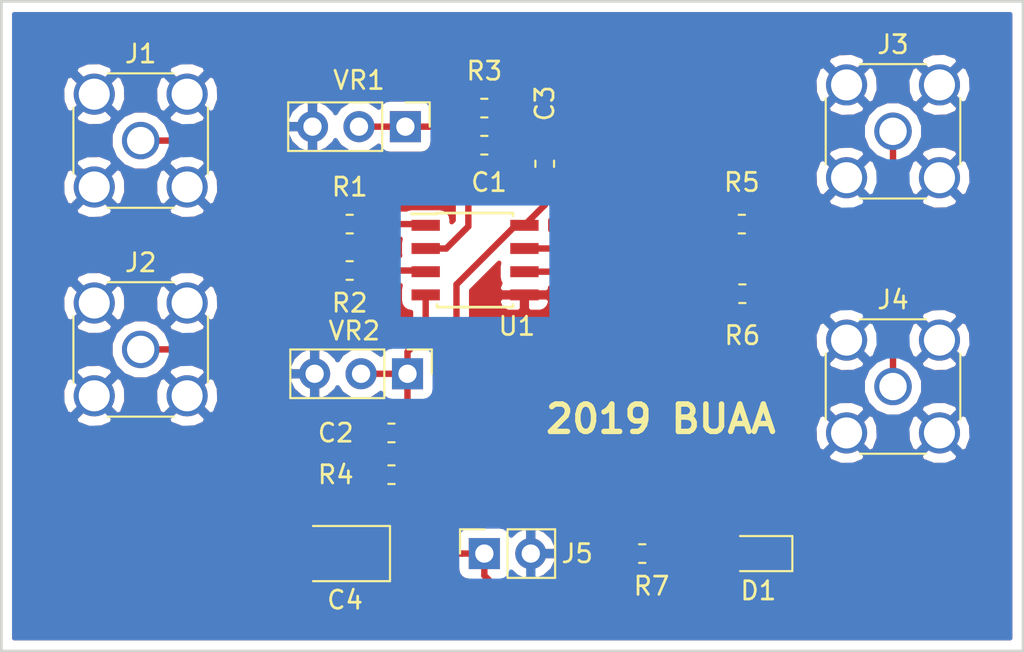
<source format=kicad_pcb>
(kicad_pcb (version 20171130) (host pcbnew "(5.0.1)-3")

  (general
    (thickness 1.6)
    (drawings 5)
    (tracks 60)
    (zones 0)
    (modules 20)
    (nets 14)
  )

  (page A4)
  (layers
    (0 F.Cu signal)
    (31 B.Cu signal)
    (32 B.Adhes user hide)
    (33 F.Adhes user hide)
    (34 B.Paste user hide)
    (35 F.Paste user hide)
    (36 B.SilkS user)
    (37 F.SilkS user)
    (38 B.Mask user)
    (39 F.Mask user)
    (40 Dwgs.User user hide)
    (41 Cmts.User user hide)
    (42 Eco1.User user hide)
    (43 Eco2.User user hide)
    (44 Edge.Cuts user)
    (45 Margin user hide)
    (46 B.CrtYd user hide)
    (47 F.CrtYd user hide)
    (48 B.Fab user hide)
    (49 F.Fab user hide)
  )

  (setup
    (last_trace_width 0.25)
    (user_trace_width 0.35)
    (trace_clearance 0.2)
    (zone_clearance 0.508)
    (zone_45_only no)
    (trace_min 0.2)
    (segment_width 0.2)
    (edge_width 0.15)
    (via_size 0.8)
    (via_drill 0.4)
    (via_min_size 0.4)
    (via_min_drill 0.3)
    (uvia_size 0.3)
    (uvia_drill 0.1)
    (uvias_allowed yes)
    (uvia_min_size 0.2)
    (uvia_min_drill 0.1)
    (pcb_text_width 0.3)
    (pcb_text_size 1.5 1.5)
    (mod_edge_width 0.15)
    (mod_text_size 1 1)
    (mod_text_width 0.15)
    (pad_size 1.524 1.524)
    (pad_drill 0.762)
    (pad_to_mask_clearance 0.051)
    (solder_mask_min_width 0.25)
    (aux_axis_origin 0 0)
    (visible_elements 7FFFFFFF)
    (pcbplotparams
      (layerselection 0x010f0_ffffffff)
      (usegerberextensions false)
      (usegerberattributes false)
      (usegerberadvancedattributes false)
      (creategerberjobfile false)
      (excludeedgelayer true)
      (linewidth 0.100000)
      (plotframeref false)
      (viasonmask false)
      (mode 1)
      (useauxorigin false)
      (hpglpennumber 1)
      (hpglpenspeed 20)
      (hpglpendiameter 15.000000)
      (psnegative false)
      (psa4output false)
      (plotreference true)
      (plotvalue true)
      (plotinvisibletext false)
      (padsonsilk false)
      (subtractmaskfromsilk false)
      (outputformat 1)
      (mirror false)
      (drillshape 0)
      (scaleselection 1)
      (outputdirectory ""))
  )

  (net 0 "")
  (net 1 GNDREF)
  (net 2 VCC)
  (net 3 "Net-(D1-Pad2)")
  (net 4 "Net-(J1-Pad1)")
  (net 5 "Net-(J2-Pad1)")
  (net 6 "Net-(J3-Pad1)")
  (net 7 "Net-(J4-Pad1)")
  (net 8 "Net-(R1-Pad1)")
  (net 9 "Net-(R2-Pad1)")
  (net 10 /CH1_REF)
  (net 11 /CH2_REF)
  (net 12 "Net-(R5-Pad2)")
  (net 13 "Net-(R6-Pad2)")

  (net_class Default 这是默认网络组.
    (clearance 0.2)
    (trace_width 0.25)
    (via_dia 0.8)
    (via_drill 0.4)
    (uvia_dia 0.3)
    (uvia_drill 0.1)
    (add_net /CH1_REF)
    (add_net /CH2_REF)
    (add_net GNDREF)
    (add_net "Net-(D1-Pad2)")
    (add_net "Net-(J1-Pad1)")
    (add_net "Net-(J2-Pad1)")
    (add_net "Net-(J3-Pad1)")
    (add_net "Net-(J4-Pad1)")
    (add_net "Net-(R1-Pad1)")
    (add_net "Net-(R2-Pad1)")
    (add_net "Net-(R5-Pad2)")
    (add_net "Net-(R6-Pad2)")
    (add_net VCC)
  )

  (module Capacitor_SMD:C_0603_1608Metric_Pad1.05x0.95mm_HandSolder (layer F.Cu) (tedit 5B301BBE) (tstamp 5C9569C0)
    (at 140.716 99.822 180)
    (descr "Capacitor SMD 0603 (1608 Metric), square (rectangular) end terminal, IPC_7351 nominal with elongated pad for handsoldering. (Body size source: http://www.tortai-tech.com/upload/download/2011102023233369053.pdf), generated with kicad-footprint-generator")
    (tags "capacitor handsolder")
    (path /5C88FE25)
    (attr smd)
    (fp_text reference C1 (at -0.254 -4.064 180) (layer F.SilkS)
      (effects (font (size 1 1) (thickness 0.15)))
    )
    (fp_text value 0.1u (at 0 1.43 180) (layer F.Fab)
      (effects (font (size 1 1) (thickness 0.15)))
    )
    (fp_line (start -0.8 0.4) (end -0.8 -0.4) (layer F.Fab) (width 0.1))
    (fp_line (start -0.8 -0.4) (end 0.8 -0.4) (layer F.Fab) (width 0.1))
    (fp_line (start 0.8 -0.4) (end 0.8 0.4) (layer F.Fab) (width 0.1))
    (fp_line (start 0.8 0.4) (end -0.8 0.4) (layer F.Fab) (width 0.1))
    (fp_line (start -0.171267 -0.51) (end 0.171267 -0.51) (layer F.SilkS) (width 0.12))
    (fp_line (start -0.171267 0.51) (end 0.171267 0.51) (layer F.SilkS) (width 0.12))
    (fp_line (start -1.65 0.73) (end -1.65 -0.73) (layer F.CrtYd) (width 0.05))
    (fp_line (start -1.65 -0.73) (end 1.65 -0.73) (layer F.CrtYd) (width 0.05))
    (fp_line (start 1.65 -0.73) (end 1.65 0.73) (layer F.CrtYd) (width 0.05))
    (fp_line (start 1.65 0.73) (end -1.65 0.73) (layer F.CrtYd) (width 0.05))
    (fp_text user %R (at 0 0 180) (layer F.Fab)
      (effects (font (size 0.4 0.4) (thickness 0.06)))
    )
    (pad 1 smd roundrect (at -0.875 0 180) (size 1.05 0.95) (layers F.Cu F.Paste F.Mask) (roundrect_rratio 0.25)
      (net 1 GNDREF))
    (pad 2 smd roundrect (at 0.875 0 180) (size 1.05 0.95) (layers F.Cu F.Paste F.Mask) (roundrect_rratio 0.25)
      (net 10 /CH1_REF))
    (model ${KISYS3DMOD}/Capacitor_SMD.3dshapes/C_0603_1608Metric.wrl
      (at (xyz 0 0 0))
      (scale (xyz 1 1 1))
      (rotate (xyz 0 0 0))
    )
  )

  (module Capacitor_SMD:C_0603_1608Metric_Pad1.05x0.95mm_HandSolder (layer F.Cu) (tedit 5B301BBE) (tstamp 5C954D1D)
    (at 135.636 117.602)
    (descr "Capacitor SMD 0603 (1608 Metric), square (rectangular) end terminal, IPC_7351 nominal with elongated pad for handsoldering. (Body size source: http://www.tortai-tech.com/upload/download/2011102023233369053.pdf), generated with kicad-footprint-generator")
    (tags "capacitor handsolder")
    (path /5C88DC3C)
    (attr smd)
    (fp_text reference C2 (at -3.048 0) (layer F.SilkS)
      (effects (font (size 1 1) (thickness 0.15)))
    )
    (fp_text value 0.1u (at 0 1.43) (layer F.Fab)
      (effects (font (size 1 1) (thickness 0.15)))
    )
    (fp_text user %R (at 0 0) (layer F.Fab)
      (effects (font (size 0.4 0.4) (thickness 0.06)))
    )
    (fp_line (start 1.65 0.73) (end -1.65 0.73) (layer F.CrtYd) (width 0.05))
    (fp_line (start 1.65 -0.73) (end 1.65 0.73) (layer F.CrtYd) (width 0.05))
    (fp_line (start -1.65 -0.73) (end 1.65 -0.73) (layer F.CrtYd) (width 0.05))
    (fp_line (start -1.65 0.73) (end -1.65 -0.73) (layer F.CrtYd) (width 0.05))
    (fp_line (start -0.171267 0.51) (end 0.171267 0.51) (layer F.SilkS) (width 0.12))
    (fp_line (start -0.171267 -0.51) (end 0.171267 -0.51) (layer F.SilkS) (width 0.12))
    (fp_line (start 0.8 0.4) (end -0.8 0.4) (layer F.Fab) (width 0.1))
    (fp_line (start 0.8 -0.4) (end 0.8 0.4) (layer F.Fab) (width 0.1))
    (fp_line (start -0.8 -0.4) (end 0.8 -0.4) (layer F.Fab) (width 0.1))
    (fp_line (start -0.8 0.4) (end -0.8 -0.4) (layer F.Fab) (width 0.1))
    (pad 2 smd roundrect (at 0.875 0) (size 1.05 0.95) (layers F.Cu F.Paste F.Mask) (roundrect_rratio 0.25)
      (net 11 /CH2_REF))
    (pad 1 smd roundrect (at -0.875 0) (size 1.05 0.95) (layers F.Cu F.Paste F.Mask) (roundrect_rratio 0.25)
      (net 1 GNDREF))
    (model ${KISYS3DMOD}/Capacitor_SMD.3dshapes/C_0603_1608Metric.wrl
      (at (xyz 0 0 0))
      (scale (xyz 1 1 1))
      (rotate (xyz 0 0 0))
    )
  )

  (module Capacitor_SMD:C_0603_1608Metric_Pad1.05x0.95mm_HandSolder (layer F.Cu) (tedit 5B301BBE) (tstamp 5C954D2E)
    (at 144.018 102.87 90)
    (descr "Capacitor SMD 0603 (1608 Metric), square (rectangular) end terminal, IPC_7351 nominal with elongated pad for handsoldering. (Body size source: http://www.tortai-tech.com/upload/download/2011102023233369053.pdf), generated with kicad-footprint-generator")
    (tags "capacitor handsolder")
    (path /5C88C139)
    (attr smd)
    (fp_text reference C3 (at 3.302 0 90) (layer F.SilkS)
      (effects (font (size 1 1) (thickness 0.15)))
    )
    (fp_text value 0.1u (at 0 1.43 90) (layer F.Fab)
      (effects (font (size 1 1) (thickness 0.15)))
    )
    (fp_line (start -0.8 0.4) (end -0.8 -0.4) (layer F.Fab) (width 0.1))
    (fp_line (start -0.8 -0.4) (end 0.8 -0.4) (layer F.Fab) (width 0.1))
    (fp_line (start 0.8 -0.4) (end 0.8 0.4) (layer F.Fab) (width 0.1))
    (fp_line (start 0.8 0.4) (end -0.8 0.4) (layer F.Fab) (width 0.1))
    (fp_line (start -0.171267 -0.51) (end 0.171267 -0.51) (layer F.SilkS) (width 0.12))
    (fp_line (start -0.171267 0.51) (end 0.171267 0.51) (layer F.SilkS) (width 0.12))
    (fp_line (start -1.65 0.73) (end -1.65 -0.73) (layer F.CrtYd) (width 0.05))
    (fp_line (start -1.65 -0.73) (end 1.65 -0.73) (layer F.CrtYd) (width 0.05))
    (fp_line (start 1.65 -0.73) (end 1.65 0.73) (layer F.CrtYd) (width 0.05))
    (fp_line (start 1.65 0.73) (end -1.65 0.73) (layer F.CrtYd) (width 0.05))
    (fp_text user %R (at 0 0 90) (layer F.Fab)
      (effects (font (size 0.4 0.4) (thickness 0.06)))
    )
    (pad 1 smd roundrect (at -0.875 0 90) (size 1.05 0.95) (layers F.Cu F.Paste F.Mask) (roundrect_rratio 0.25)
      (net 2 VCC))
    (pad 2 smd roundrect (at 0.875 0 90) (size 1.05 0.95) (layers F.Cu F.Paste F.Mask) (roundrect_rratio 0.25)
      (net 1 GNDREF))
    (model ${KISYS3DMOD}/Capacitor_SMD.3dshapes/C_0603_1608Metric.wrl
      (at (xyz 0 0 0))
      (scale (xyz 1 1 1))
      (rotate (xyz 0 0 0))
    )
  )

  (module Capacitor_Tantalum_SMD:CP_EIA-3528-21_Kemet-B (layer F.Cu) (tedit 5B342532) (tstamp 5C956800)
    (at 133.096 124.206 180)
    (descr "Tantalum Capacitor SMD Kemet-B (3528-21 Metric), IPC_7351 nominal, (Body size from: http://www.kemet.com/Lists/ProductCatalog/Attachments/253/KEM_TC101_STD.pdf), generated with kicad-footprint-generator")
    (tags "capacitor tantalum")
    (path /5C88C0CF)
    (attr smd)
    (fp_text reference C4 (at 0 -2.54 180) (layer F.SilkS)
      (effects (font (size 1 1) (thickness 0.15)))
    )
    (fp_text value 2.2u (at 0 2.35 180) (layer F.Fab)
      (effects (font (size 1 1) (thickness 0.15)))
    )
    (fp_line (start 1.75 -1.4) (end -1.05 -1.4) (layer F.Fab) (width 0.1))
    (fp_line (start -1.05 -1.4) (end -1.75 -0.7) (layer F.Fab) (width 0.1))
    (fp_line (start -1.75 -0.7) (end -1.75 1.4) (layer F.Fab) (width 0.1))
    (fp_line (start -1.75 1.4) (end 1.75 1.4) (layer F.Fab) (width 0.1))
    (fp_line (start 1.75 1.4) (end 1.75 -1.4) (layer F.Fab) (width 0.1))
    (fp_line (start 1.75 -1.51) (end -2.46 -1.51) (layer F.SilkS) (width 0.12))
    (fp_line (start -2.46 -1.51) (end -2.46 1.51) (layer F.SilkS) (width 0.12))
    (fp_line (start -2.46 1.51) (end 1.75 1.51) (layer F.SilkS) (width 0.12))
    (fp_line (start -2.45 1.65) (end -2.45 -1.65) (layer F.CrtYd) (width 0.05))
    (fp_line (start -2.45 -1.65) (end 2.45 -1.65) (layer F.CrtYd) (width 0.05))
    (fp_line (start 2.45 -1.65) (end 2.45 1.65) (layer F.CrtYd) (width 0.05))
    (fp_line (start 2.45 1.65) (end -2.45 1.65) (layer F.CrtYd) (width 0.05))
    (fp_text user %R (at 0 0 180) (layer F.Fab)
      (effects (font (size 0.88 0.88) (thickness 0.13)))
    )
    (pad 1 smd roundrect (at -1.5375 0 180) (size 1.325 2.35) (layers F.Cu F.Paste F.Mask) (roundrect_rratio 0.188679)
      (net 2 VCC))
    (pad 2 smd roundrect (at 1.5375 0 180) (size 1.325 2.35) (layers F.Cu F.Paste F.Mask) (roundrect_rratio 0.188679)
      (net 1 GNDREF))
    (model ${KISYS3DMOD}/Capacitor_Tantalum_SMD.3dshapes/CP_EIA-3528-21_Kemet-B.wrl
      (at (xyz 0 0 0))
      (scale (xyz 1 1 1))
      (rotate (xyz 0 0 0))
    )
  )

  (module LED_SMD:LED_0805_2012Metric_Pad1.15x1.40mm_HandSolder (layer F.Cu) (tedit 5B4B45C9) (tstamp 5C954D54)
    (at 155.702 124.206 180)
    (descr "LED SMD 0805 (2012 Metric), square (rectangular) end terminal, IPC_7351 nominal, (Body size source: https://docs.google.com/spreadsheets/d/1BsfQQcO9C6DZCsRaXUlFlo91Tg2WpOkGARC1WS5S8t0/edit?usp=sharing), generated with kicad-footprint-generator")
    (tags "LED handsolder")
    (path /5C88C921)
    (attr smd)
    (fp_text reference D1 (at 0 -2.032 180) (layer F.SilkS)
      (effects (font (size 1 1) (thickness 0.15)))
    )
    (fp_text value LED (at 0 1.65 180) (layer F.Fab)
      (effects (font (size 1 1) (thickness 0.15)))
    )
    (fp_line (start 1 -0.6) (end -0.7 -0.6) (layer F.Fab) (width 0.1))
    (fp_line (start -0.7 -0.6) (end -1 -0.3) (layer F.Fab) (width 0.1))
    (fp_line (start -1 -0.3) (end -1 0.6) (layer F.Fab) (width 0.1))
    (fp_line (start -1 0.6) (end 1 0.6) (layer F.Fab) (width 0.1))
    (fp_line (start 1 0.6) (end 1 -0.6) (layer F.Fab) (width 0.1))
    (fp_line (start 1 -0.96) (end -1.86 -0.96) (layer F.SilkS) (width 0.12))
    (fp_line (start -1.86 -0.96) (end -1.86 0.96) (layer F.SilkS) (width 0.12))
    (fp_line (start -1.86 0.96) (end 1 0.96) (layer F.SilkS) (width 0.12))
    (fp_line (start -1.85 0.95) (end -1.85 -0.95) (layer F.CrtYd) (width 0.05))
    (fp_line (start -1.85 -0.95) (end 1.85 -0.95) (layer F.CrtYd) (width 0.05))
    (fp_line (start 1.85 -0.95) (end 1.85 0.95) (layer F.CrtYd) (width 0.05))
    (fp_line (start 1.85 0.95) (end -1.85 0.95) (layer F.CrtYd) (width 0.05))
    (fp_text user %R (at 0 0 180) (layer F.Fab)
      (effects (font (size 0.5 0.5) (thickness 0.08)))
    )
    (pad 1 smd roundrect (at -1.025 0 180) (size 1.15 1.4) (layers F.Cu F.Paste F.Mask) (roundrect_rratio 0.217391)
      (net 1 GNDREF))
    (pad 2 smd roundrect (at 1.025 0 180) (size 1.15 1.4) (layers F.Cu F.Paste F.Mask) (roundrect_rratio 0.217391)
      (net 3 "Net-(D1-Pad2)"))
    (model ${KISYS3DMOD}/LED_SMD.3dshapes/LED_0805_2012Metric.wrl
      (at (xyz 0 0 0))
      (scale (xyz 1 1 1))
      (rotate (xyz 0 0 0))
    )
  )

  (module Connector_Coaxial:SMA_Amphenol_132134_Vertical (layer F.Cu) (tedit 5B2F4DB6) (tstamp 5C954D6B)
    (at 121.92 101.6)
    (descr https://www.amphenolrf.com/downloads/dl/file/id/2187/product/2843/132134_customer_drawing.pdf)
    (tags "SMA THT Female Jack Vertical ExtendedLegs")
    (path /5C89A28C)
    (fp_text reference J1 (at 0 -4.75) (layer F.SilkS)
      (effects (font (size 1 1) (thickness 0.15)))
    )
    (fp_text value IN1 (at 0 5) (layer F.Fab)
      (effects (font (size 1 1) (thickness 0.15)))
    )
    (fp_text user %R (at 0 0) (layer F.Fab)
      (effects (font (size 1 1) (thickness 0.15)))
    )
    (fp_line (start -1.8 -3.68) (end 1.8 -3.68) (layer F.SilkS) (width 0.12))
    (fp_line (start -1.8 3.68) (end 1.8 3.68) (layer F.SilkS) (width 0.12))
    (fp_line (start 3.68 -1.8) (end 3.68 1.8) (layer F.SilkS) (width 0.12))
    (fp_line (start -3.68 -1.8) (end -3.68 1.8) (layer F.SilkS) (width 0.12))
    (fp_line (start 3.5 -3.5) (end 3.5 3.5) (layer F.Fab) (width 0.1))
    (fp_line (start -3.5 3.5) (end 3.5 3.5) (layer F.Fab) (width 0.1))
    (fp_line (start -3.5 -3.5) (end -3.5 3.5) (layer F.Fab) (width 0.1))
    (fp_line (start -3.5 -3.5) (end 3.5 -3.5) (layer F.Fab) (width 0.1))
    (fp_line (start -4.17 -4.17) (end 4.17 -4.17) (layer F.CrtYd) (width 0.05))
    (fp_line (start -4.17 -4.17) (end -4.17 4.17) (layer F.CrtYd) (width 0.05))
    (fp_line (start 4.17 4.17) (end 4.17 -4.17) (layer F.CrtYd) (width 0.05))
    (fp_line (start 4.17 4.17) (end -4.17 4.17) (layer F.CrtYd) (width 0.05))
    (fp_circle (center 0 0) (end 3.175 0) (layer F.Fab) (width 0.1))
    (pad 2 thru_hole circle (at -2.54 2.54) (size 2.25 2.25) (drill 1.7) (layers *.Cu *.Mask)
      (net 1 GNDREF))
    (pad 2 thru_hole circle (at -2.54 -2.54) (size 2.25 2.25) (drill 1.7) (layers *.Cu *.Mask)
      (net 1 GNDREF))
    (pad 2 thru_hole circle (at 2.54 -2.54) (size 2.25 2.25) (drill 1.7) (layers *.Cu *.Mask)
      (net 1 GNDREF))
    (pad 2 thru_hole circle (at 2.54 2.54) (size 2.25 2.25) (drill 1.7) (layers *.Cu *.Mask)
      (net 1 GNDREF))
    (pad 1 thru_hole circle (at 0 0) (size 2.05 2.05) (drill 1.5) (layers *.Cu *.Mask)
      (net 4 "Net-(J1-Pad1)"))
    (model ${KISYS3DMOD}/Connector_Coaxial.3dshapes/SMA_Amphenol_132134_Vertical.wrl
      (at (xyz 0 0 0))
      (scale (xyz 1 1 1))
      (rotate (xyz 0 0 0))
    )
  )

  (module Connector_Coaxial:SMA_Amphenol_132134_Vertical (layer F.Cu) (tedit 5B2F4DB6) (tstamp 5C954D82)
    (at 121.92 113.03)
    (descr https://www.amphenolrf.com/downloads/dl/file/id/2187/product/2843/132134_customer_drawing.pdf)
    (tags "SMA THT Female Jack Vertical ExtendedLegs")
    (path /5C899624)
    (fp_text reference J2 (at 0 -4.75) (layer F.SilkS)
      (effects (font (size 1 1) (thickness 0.15)))
    )
    (fp_text value IN2 (at 0 5) (layer F.Fab)
      (effects (font (size 1 1) (thickness 0.15)))
    )
    (fp_circle (center 0 0) (end 3.175 0) (layer F.Fab) (width 0.1))
    (fp_line (start 4.17 4.17) (end -4.17 4.17) (layer F.CrtYd) (width 0.05))
    (fp_line (start 4.17 4.17) (end 4.17 -4.17) (layer F.CrtYd) (width 0.05))
    (fp_line (start -4.17 -4.17) (end -4.17 4.17) (layer F.CrtYd) (width 0.05))
    (fp_line (start -4.17 -4.17) (end 4.17 -4.17) (layer F.CrtYd) (width 0.05))
    (fp_line (start -3.5 -3.5) (end 3.5 -3.5) (layer F.Fab) (width 0.1))
    (fp_line (start -3.5 -3.5) (end -3.5 3.5) (layer F.Fab) (width 0.1))
    (fp_line (start -3.5 3.5) (end 3.5 3.5) (layer F.Fab) (width 0.1))
    (fp_line (start 3.5 -3.5) (end 3.5 3.5) (layer F.Fab) (width 0.1))
    (fp_line (start -3.68 -1.8) (end -3.68 1.8) (layer F.SilkS) (width 0.12))
    (fp_line (start 3.68 -1.8) (end 3.68 1.8) (layer F.SilkS) (width 0.12))
    (fp_line (start -1.8 3.68) (end 1.8 3.68) (layer F.SilkS) (width 0.12))
    (fp_line (start -1.8 -3.68) (end 1.8 -3.68) (layer F.SilkS) (width 0.12))
    (fp_text user %R (at 0 0) (layer F.Fab)
      (effects (font (size 1 1) (thickness 0.15)))
    )
    (pad 1 thru_hole circle (at 0 0) (size 2.05 2.05) (drill 1.5) (layers *.Cu *.Mask)
      (net 5 "Net-(J2-Pad1)"))
    (pad 2 thru_hole circle (at 2.54 2.54) (size 2.25 2.25) (drill 1.7) (layers *.Cu *.Mask)
      (net 1 GNDREF))
    (pad 2 thru_hole circle (at 2.54 -2.54) (size 2.25 2.25) (drill 1.7) (layers *.Cu *.Mask)
      (net 1 GNDREF))
    (pad 2 thru_hole circle (at -2.54 -2.54) (size 2.25 2.25) (drill 1.7) (layers *.Cu *.Mask)
      (net 1 GNDREF))
    (pad 2 thru_hole circle (at -2.54 2.54) (size 2.25 2.25) (drill 1.7) (layers *.Cu *.Mask)
      (net 1 GNDREF))
    (model ${KISYS3DMOD}/Connector_Coaxial.3dshapes/SMA_Amphenol_132134_Vertical.wrl
      (at (xyz 0 0 0))
      (scale (xyz 1 1 1))
      (rotate (xyz 0 0 0))
    )
  )

  (module Connector_Coaxial:SMA_Amphenol_132134_Vertical (layer F.Cu) (tedit 5B2F4DB6) (tstamp 5C954D99)
    (at 163.068 101.092)
    (descr https://www.amphenolrf.com/downloads/dl/file/id/2187/product/2843/132134_customer_drawing.pdf)
    (tags "SMA THT Female Jack Vertical ExtendedLegs")
    (path /5C899570)
    (fp_text reference J3 (at 0 -4.75) (layer F.SilkS)
      (effects (font (size 1 1) (thickness 0.15)))
    )
    (fp_text value OUT1 (at 0 5) (layer F.Fab)
      (effects (font (size 1 1) (thickness 0.15)))
    )
    (fp_circle (center 0 0) (end 3.175 0) (layer F.Fab) (width 0.1))
    (fp_line (start 4.17 4.17) (end -4.17 4.17) (layer F.CrtYd) (width 0.05))
    (fp_line (start 4.17 4.17) (end 4.17 -4.17) (layer F.CrtYd) (width 0.05))
    (fp_line (start -4.17 -4.17) (end -4.17 4.17) (layer F.CrtYd) (width 0.05))
    (fp_line (start -4.17 -4.17) (end 4.17 -4.17) (layer F.CrtYd) (width 0.05))
    (fp_line (start -3.5 -3.5) (end 3.5 -3.5) (layer F.Fab) (width 0.1))
    (fp_line (start -3.5 -3.5) (end -3.5 3.5) (layer F.Fab) (width 0.1))
    (fp_line (start -3.5 3.5) (end 3.5 3.5) (layer F.Fab) (width 0.1))
    (fp_line (start 3.5 -3.5) (end 3.5 3.5) (layer F.Fab) (width 0.1))
    (fp_line (start -3.68 -1.8) (end -3.68 1.8) (layer F.SilkS) (width 0.12))
    (fp_line (start 3.68 -1.8) (end 3.68 1.8) (layer F.SilkS) (width 0.12))
    (fp_line (start -1.8 3.68) (end 1.8 3.68) (layer F.SilkS) (width 0.12))
    (fp_line (start -1.8 -3.68) (end 1.8 -3.68) (layer F.SilkS) (width 0.12))
    (fp_text user %R (at 0 0) (layer F.Fab)
      (effects (font (size 1 1) (thickness 0.15)))
    )
    (pad 1 thru_hole circle (at 0 0) (size 2.05 2.05) (drill 1.5) (layers *.Cu *.Mask)
      (net 6 "Net-(J3-Pad1)"))
    (pad 2 thru_hole circle (at 2.54 2.54) (size 2.25 2.25) (drill 1.7) (layers *.Cu *.Mask)
      (net 1 GNDREF))
    (pad 2 thru_hole circle (at 2.54 -2.54) (size 2.25 2.25) (drill 1.7) (layers *.Cu *.Mask)
      (net 1 GNDREF))
    (pad 2 thru_hole circle (at -2.54 -2.54) (size 2.25 2.25) (drill 1.7) (layers *.Cu *.Mask)
      (net 1 GNDREF))
    (pad 2 thru_hole circle (at -2.54 2.54) (size 2.25 2.25) (drill 1.7) (layers *.Cu *.Mask)
      (net 1 GNDREF))
    (model ${KISYS3DMOD}/Connector_Coaxial.3dshapes/SMA_Amphenol_132134_Vertical.wrl
      (at (xyz 0 0 0))
      (scale (xyz 1 1 1))
      (rotate (xyz 0 0 0))
    )
  )

  (module Connector_Coaxial:SMA_Amphenol_132134_Vertical (layer F.Cu) (tedit 5B2F4DB6) (tstamp 5C954DB0)
    (at 163.068 115.062)
    (descr https://www.amphenolrf.com/downloads/dl/file/id/2187/product/2843/132134_customer_drawing.pdf)
    (tags "SMA THT Female Jack Vertical ExtendedLegs")
    (path /5C8995E2)
    (fp_text reference J4 (at 0 -4.75) (layer F.SilkS)
      (effects (font (size 1 1) (thickness 0.15)))
    )
    (fp_text value OUT2 (at 0 5) (layer F.Fab)
      (effects (font (size 1 1) (thickness 0.15)))
    )
    (fp_text user %R (at 0 0) (layer F.Fab)
      (effects (font (size 1 1) (thickness 0.15)))
    )
    (fp_line (start -1.8 -3.68) (end 1.8 -3.68) (layer F.SilkS) (width 0.12))
    (fp_line (start -1.8 3.68) (end 1.8 3.68) (layer F.SilkS) (width 0.12))
    (fp_line (start 3.68 -1.8) (end 3.68 1.8) (layer F.SilkS) (width 0.12))
    (fp_line (start -3.68 -1.8) (end -3.68 1.8) (layer F.SilkS) (width 0.12))
    (fp_line (start 3.5 -3.5) (end 3.5 3.5) (layer F.Fab) (width 0.1))
    (fp_line (start -3.5 3.5) (end 3.5 3.5) (layer F.Fab) (width 0.1))
    (fp_line (start -3.5 -3.5) (end -3.5 3.5) (layer F.Fab) (width 0.1))
    (fp_line (start -3.5 -3.5) (end 3.5 -3.5) (layer F.Fab) (width 0.1))
    (fp_line (start -4.17 -4.17) (end 4.17 -4.17) (layer F.CrtYd) (width 0.05))
    (fp_line (start -4.17 -4.17) (end -4.17 4.17) (layer F.CrtYd) (width 0.05))
    (fp_line (start 4.17 4.17) (end 4.17 -4.17) (layer F.CrtYd) (width 0.05))
    (fp_line (start 4.17 4.17) (end -4.17 4.17) (layer F.CrtYd) (width 0.05))
    (fp_circle (center 0 0) (end 3.175 0) (layer F.Fab) (width 0.1))
    (pad 2 thru_hole circle (at -2.54 2.54) (size 2.25 2.25) (drill 1.7) (layers *.Cu *.Mask)
      (net 1 GNDREF))
    (pad 2 thru_hole circle (at -2.54 -2.54) (size 2.25 2.25) (drill 1.7) (layers *.Cu *.Mask)
      (net 1 GNDREF))
    (pad 2 thru_hole circle (at 2.54 -2.54) (size 2.25 2.25) (drill 1.7) (layers *.Cu *.Mask)
      (net 1 GNDREF))
    (pad 2 thru_hole circle (at 2.54 2.54) (size 2.25 2.25) (drill 1.7) (layers *.Cu *.Mask)
      (net 1 GNDREF))
    (pad 1 thru_hole circle (at 0 0) (size 2.05 2.05) (drill 1.5) (layers *.Cu *.Mask)
      (net 7 "Net-(J4-Pad1)"))
    (model ${KISYS3DMOD}/Connector_Coaxial.3dshapes/SMA_Amphenol_132134_Vertical.wrl
      (at (xyz 0 0 0))
      (scale (xyz 1 1 1))
      (rotate (xyz 0 0 0))
    )
  )

  (module Connector_PinSocket_2.54mm:PinSocket_1x02_P2.54mm_Vertical (layer F.Cu) (tedit 5A19A420) (tstamp 5C956839)
    (at 140.716 124.206 90)
    (descr "Through hole straight socket strip, 1x02, 2.54mm pitch, single row (from Kicad 4.0.7), script generated")
    (tags "Through hole socket strip THT 1x02 2.54mm single row")
    (path /5C88C720)
    (fp_text reference J5 (at 0 5.08 180) (layer F.SilkS)
      (effects (font (size 1 1) (thickness 0.15)))
    )
    (fp_text value Power (at 0 5.31 90) (layer F.Fab)
      (effects (font (size 1 1) (thickness 0.15)))
    )
    (fp_line (start -1.27 -1.27) (end 0.635 -1.27) (layer F.Fab) (width 0.1))
    (fp_line (start 0.635 -1.27) (end 1.27 -0.635) (layer F.Fab) (width 0.1))
    (fp_line (start 1.27 -0.635) (end 1.27 3.81) (layer F.Fab) (width 0.1))
    (fp_line (start 1.27 3.81) (end -1.27 3.81) (layer F.Fab) (width 0.1))
    (fp_line (start -1.27 3.81) (end -1.27 -1.27) (layer F.Fab) (width 0.1))
    (fp_line (start -1.33 1.27) (end 1.33 1.27) (layer F.SilkS) (width 0.12))
    (fp_line (start -1.33 1.27) (end -1.33 3.87) (layer F.SilkS) (width 0.12))
    (fp_line (start -1.33 3.87) (end 1.33 3.87) (layer F.SilkS) (width 0.12))
    (fp_line (start 1.33 1.27) (end 1.33 3.87) (layer F.SilkS) (width 0.12))
    (fp_line (start 1.33 -1.33) (end 1.33 0) (layer F.SilkS) (width 0.12))
    (fp_line (start 0 -1.33) (end 1.33 -1.33) (layer F.SilkS) (width 0.12))
    (fp_line (start -1.8 -1.8) (end 1.75 -1.8) (layer F.CrtYd) (width 0.05))
    (fp_line (start 1.75 -1.8) (end 1.75 4.3) (layer F.CrtYd) (width 0.05))
    (fp_line (start 1.75 4.3) (end -1.8 4.3) (layer F.CrtYd) (width 0.05))
    (fp_line (start -1.8 4.3) (end -1.8 -1.8) (layer F.CrtYd) (width 0.05))
    (fp_text user %R (at 0 1.27 180) (layer F.Fab)
      (effects (font (size 1 1) (thickness 0.15)))
    )
    (pad 1 thru_hole rect (at 0 0 90) (size 1.7 1.7) (drill 1) (layers *.Cu *.Mask)
      (net 2 VCC))
    (pad 2 thru_hole oval (at 0 2.54 90) (size 1.7 1.7) (drill 1) (layers *.Cu *.Mask)
      (net 1 GNDREF))
    (model ${KISYS3DMOD}/Connector_PinSocket_2.54mm.3dshapes/PinSocket_1x02_P2.54mm_Vertical.wrl
      (at (xyz 0 0 0))
      (scale (xyz 1 1 1))
      (rotate (xyz 0 0 0))
    )
  )

  (module Resistor_SMD:R_0603_1608Metric_Pad1.05x0.95mm_HandSolder (layer F.Cu) (tedit 5B301BBD) (tstamp 5C954DD7)
    (at 133.35 106.172 180)
    (descr "Resistor SMD 0603 (1608 Metric), square (rectangular) end terminal, IPC_7351 nominal with elongated pad for handsoldering. (Body size source: http://www.tortai-tech.com/upload/download/2011102023233369053.pdf), generated with kicad-footprint-generator")
    (tags "resistor handsolder")
    (path /5C88BB25)
    (attr smd)
    (fp_text reference R1 (at 0 2.032 180) (layer F.SilkS)
      (effects (font (size 1 1) (thickness 0.15)))
    )
    (fp_text value 100 (at 0 1.43 180) (layer F.Fab)
      (effects (font (size 1 1) (thickness 0.15)))
    )
    (fp_line (start -0.8 0.4) (end -0.8 -0.4) (layer F.Fab) (width 0.1))
    (fp_line (start -0.8 -0.4) (end 0.8 -0.4) (layer F.Fab) (width 0.1))
    (fp_line (start 0.8 -0.4) (end 0.8 0.4) (layer F.Fab) (width 0.1))
    (fp_line (start 0.8 0.4) (end -0.8 0.4) (layer F.Fab) (width 0.1))
    (fp_line (start -0.171267 -0.51) (end 0.171267 -0.51) (layer F.SilkS) (width 0.12))
    (fp_line (start -0.171267 0.51) (end 0.171267 0.51) (layer F.SilkS) (width 0.12))
    (fp_line (start -1.65 0.73) (end -1.65 -0.73) (layer F.CrtYd) (width 0.05))
    (fp_line (start -1.65 -0.73) (end 1.65 -0.73) (layer F.CrtYd) (width 0.05))
    (fp_line (start 1.65 -0.73) (end 1.65 0.73) (layer F.CrtYd) (width 0.05))
    (fp_line (start 1.65 0.73) (end -1.65 0.73) (layer F.CrtYd) (width 0.05))
    (fp_text user %R (at 0 0 180) (layer F.Fab)
      (effects (font (size 0.4 0.4) (thickness 0.06)))
    )
    (pad 1 smd roundrect (at -0.875 0 180) (size 1.05 0.95) (layers F.Cu F.Paste F.Mask) (roundrect_rratio 0.25)
      (net 8 "Net-(R1-Pad1)"))
    (pad 2 smd roundrect (at 0.875 0 180) (size 1.05 0.95) (layers F.Cu F.Paste F.Mask) (roundrect_rratio 0.25)
      (net 4 "Net-(J1-Pad1)"))
    (model ${KISYS3DMOD}/Resistor_SMD.3dshapes/R_0603_1608Metric.wrl
      (at (xyz 0 0 0))
      (scale (xyz 1 1 1))
      (rotate (xyz 0 0 0))
    )
  )

  (module Resistor_SMD:R_0603_1608Metric_Pad1.05x0.95mm_HandSolder (layer F.Cu) (tedit 5B301BBD) (tstamp 5C954DE8)
    (at 133.35 108.712 180)
    (descr "Resistor SMD 0603 (1608 Metric), square (rectangular) end terminal, IPC_7351 nominal with elongated pad for handsoldering. (Body size source: http://www.tortai-tech.com/upload/download/2011102023233369053.pdf), generated with kicad-footprint-generator")
    (tags "resistor handsolder")
    (path /5C88BB97)
    (attr smd)
    (fp_text reference R2 (at 0 -1.778 180) (layer F.SilkS)
      (effects (font (size 1 1) (thickness 0.15)))
    )
    (fp_text value 100 (at 0 1.43 180) (layer F.Fab)
      (effects (font (size 1 1) (thickness 0.15)))
    )
    (fp_text user %R (at 0 0 180) (layer F.Fab)
      (effects (font (size 0.4 0.4) (thickness 0.06)))
    )
    (fp_line (start 1.65 0.73) (end -1.65 0.73) (layer F.CrtYd) (width 0.05))
    (fp_line (start 1.65 -0.73) (end 1.65 0.73) (layer F.CrtYd) (width 0.05))
    (fp_line (start -1.65 -0.73) (end 1.65 -0.73) (layer F.CrtYd) (width 0.05))
    (fp_line (start -1.65 0.73) (end -1.65 -0.73) (layer F.CrtYd) (width 0.05))
    (fp_line (start -0.171267 0.51) (end 0.171267 0.51) (layer F.SilkS) (width 0.12))
    (fp_line (start -0.171267 -0.51) (end 0.171267 -0.51) (layer F.SilkS) (width 0.12))
    (fp_line (start 0.8 0.4) (end -0.8 0.4) (layer F.Fab) (width 0.1))
    (fp_line (start 0.8 -0.4) (end 0.8 0.4) (layer F.Fab) (width 0.1))
    (fp_line (start -0.8 -0.4) (end 0.8 -0.4) (layer F.Fab) (width 0.1))
    (fp_line (start -0.8 0.4) (end -0.8 -0.4) (layer F.Fab) (width 0.1))
    (pad 2 smd roundrect (at 0.875 0 180) (size 1.05 0.95) (layers F.Cu F.Paste F.Mask) (roundrect_rratio 0.25)
      (net 5 "Net-(J2-Pad1)"))
    (pad 1 smd roundrect (at -0.875 0 180) (size 1.05 0.95) (layers F.Cu F.Paste F.Mask) (roundrect_rratio 0.25)
      (net 9 "Net-(R2-Pad1)"))
    (model ${KISYS3DMOD}/Resistor_SMD.3dshapes/R_0603_1608Metric.wrl
      (at (xyz 0 0 0))
      (scale (xyz 1 1 1))
      (rotate (xyz 0 0 0))
    )
  )

  (module Resistor_SMD:R_0603_1608Metric_Pad1.05x0.95mm_HandSolder (layer F.Cu) (tedit 5B301BBD) (tstamp 5C9569F0)
    (at 140.716 101.854)
    (descr "Resistor SMD 0603 (1608 Metric), square (rectangular) end terminal, IPC_7351 nominal with elongated pad for handsoldering. (Body size source: http://www.tortai-tech.com/upload/download/2011102023233369053.pdf), generated with kicad-footprint-generator")
    (tags "resistor handsolder")
    (path /5C88BB6D)
    (attr smd)
    (fp_text reference R3 (at 0 -4.064) (layer F.SilkS)
      (effects (font (size 1 1) (thickness 0.15)))
    )
    (fp_text value 1K (at 0 1.43) (layer F.Fab)
      (effects (font (size 1 1) (thickness 0.15)))
    )
    (fp_line (start -0.8 0.4) (end -0.8 -0.4) (layer F.Fab) (width 0.1))
    (fp_line (start -0.8 -0.4) (end 0.8 -0.4) (layer F.Fab) (width 0.1))
    (fp_line (start 0.8 -0.4) (end 0.8 0.4) (layer F.Fab) (width 0.1))
    (fp_line (start 0.8 0.4) (end -0.8 0.4) (layer F.Fab) (width 0.1))
    (fp_line (start -0.171267 -0.51) (end 0.171267 -0.51) (layer F.SilkS) (width 0.12))
    (fp_line (start -0.171267 0.51) (end 0.171267 0.51) (layer F.SilkS) (width 0.12))
    (fp_line (start -1.65 0.73) (end -1.65 -0.73) (layer F.CrtYd) (width 0.05))
    (fp_line (start -1.65 -0.73) (end 1.65 -0.73) (layer F.CrtYd) (width 0.05))
    (fp_line (start 1.65 -0.73) (end 1.65 0.73) (layer F.CrtYd) (width 0.05))
    (fp_line (start 1.65 0.73) (end -1.65 0.73) (layer F.CrtYd) (width 0.05))
    (fp_text user %R (at 0 0) (layer F.Fab)
      (effects (font (size 0.4 0.4) (thickness 0.06)))
    )
    (pad 1 smd roundrect (at -0.875 0) (size 1.05 0.95) (layers F.Cu F.Paste F.Mask) (roundrect_rratio 0.25)
      (net 10 /CH1_REF))
    (pad 2 smd roundrect (at 0.875 0) (size 1.05 0.95) (layers F.Cu F.Paste F.Mask) (roundrect_rratio 0.25)
      (net 2 VCC))
    (model ${KISYS3DMOD}/Resistor_SMD.3dshapes/R_0603_1608Metric.wrl
      (at (xyz 0 0 0))
      (scale (xyz 1 1 1))
      (rotate (xyz 0 0 0))
    )
  )

  (module Resistor_SMD:R_0603_1608Metric_Pad1.05x0.95mm_HandSolder (layer F.Cu) (tedit 5B301BBD) (tstamp 5C954E0A)
    (at 135.636 119.888 180)
    (descr "Resistor SMD 0603 (1608 Metric), square (rectangular) end terminal, IPC_7351 nominal with elongated pad for handsoldering. (Body size source: http://www.tortai-tech.com/upload/download/2011102023233369053.pdf), generated with kicad-footprint-generator")
    (tags "resistor handsolder")
    (path /5C88BBCD)
    (attr smd)
    (fp_text reference R4 (at 3.048 0 180) (layer F.SilkS)
      (effects (font (size 1 1) (thickness 0.15)))
    )
    (fp_text value 1K (at 0 1.43 180) (layer F.Fab)
      (effects (font (size 1 1) (thickness 0.15)))
    )
    (fp_line (start -0.8 0.4) (end -0.8 -0.4) (layer F.Fab) (width 0.1))
    (fp_line (start -0.8 -0.4) (end 0.8 -0.4) (layer F.Fab) (width 0.1))
    (fp_line (start 0.8 -0.4) (end 0.8 0.4) (layer F.Fab) (width 0.1))
    (fp_line (start 0.8 0.4) (end -0.8 0.4) (layer F.Fab) (width 0.1))
    (fp_line (start -0.171267 -0.51) (end 0.171267 -0.51) (layer F.SilkS) (width 0.12))
    (fp_line (start -0.171267 0.51) (end 0.171267 0.51) (layer F.SilkS) (width 0.12))
    (fp_line (start -1.65 0.73) (end -1.65 -0.73) (layer F.CrtYd) (width 0.05))
    (fp_line (start -1.65 -0.73) (end 1.65 -0.73) (layer F.CrtYd) (width 0.05))
    (fp_line (start 1.65 -0.73) (end 1.65 0.73) (layer F.CrtYd) (width 0.05))
    (fp_line (start 1.65 0.73) (end -1.65 0.73) (layer F.CrtYd) (width 0.05))
    (fp_text user %R (at 0 0 180) (layer F.Fab)
      (effects (font (size 0.4 0.4) (thickness 0.06)))
    )
    (pad 1 smd roundrect (at -0.875 0 180) (size 1.05 0.95) (layers F.Cu F.Paste F.Mask) (roundrect_rratio 0.25)
      (net 11 /CH2_REF))
    (pad 2 smd roundrect (at 0.875 0 180) (size 1.05 0.95) (layers F.Cu F.Paste F.Mask) (roundrect_rratio 0.25)
      (net 2 VCC))
    (model ${KISYS3DMOD}/Resistor_SMD.3dshapes/R_0603_1608Metric.wrl
      (at (xyz 0 0 0))
      (scale (xyz 1 1 1))
      (rotate (xyz 0 0 0))
    )
  )

  (module Resistor_SMD:R_0603_1608Metric_Pad1.05x0.95mm_HandSolder (layer F.Cu) (tedit 5B301BBD) (tstamp 5C954E1B)
    (at 154.799 106.172 180)
    (descr "Resistor SMD 0603 (1608 Metric), square (rectangular) end terminal, IPC_7351 nominal with elongated pad for handsoldering. (Body size source: http://www.tortai-tech.com/upload/download/2011102023233369053.pdf), generated with kicad-footprint-generator")
    (tags "resistor handsolder")
    (path /5C88D7DA)
    (attr smd)
    (fp_text reference R5 (at 0 2.286 180) (layer F.SilkS)
      (effects (font (size 1 1) (thickness 0.15)))
    )
    (fp_text value 0 (at 0 1.43 180) (layer F.Fab)
      (effects (font (size 1 1) (thickness 0.15)))
    )
    (fp_text user %R (at 0 0 180) (layer F.Fab)
      (effects (font (size 0.4 0.4) (thickness 0.06)))
    )
    (fp_line (start 1.65 0.73) (end -1.65 0.73) (layer F.CrtYd) (width 0.05))
    (fp_line (start 1.65 -0.73) (end 1.65 0.73) (layer F.CrtYd) (width 0.05))
    (fp_line (start -1.65 -0.73) (end 1.65 -0.73) (layer F.CrtYd) (width 0.05))
    (fp_line (start -1.65 0.73) (end -1.65 -0.73) (layer F.CrtYd) (width 0.05))
    (fp_line (start -0.171267 0.51) (end 0.171267 0.51) (layer F.SilkS) (width 0.12))
    (fp_line (start -0.171267 -0.51) (end 0.171267 -0.51) (layer F.SilkS) (width 0.12))
    (fp_line (start 0.8 0.4) (end -0.8 0.4) (layer F.Fab) (width 0.1))
    (fp_line (start 0.8 -0.4) (end 0.8 0.4) (layer F.Fab) (width 0.1))
    (fp_line (start -0.8 -0.4) (end 0.8 -0.4) (layer F.Fab) (width 0.1))
    (fp_line (start -0.8 0.4) (end -0.8 -0.4) (layer F.Fab) (width 0.1))
    (pad 2 smd roundrect (at 0.875 0 180) (size 1.05 0.95) (layers F.Cu F.Paste F.Mask) (roundrect_rratio 0.25)
      (net 12 "Net-(R5-Pad2)"))
    (pad 1 smd roundrect (at -0.875 0 180) (size 1.05 0.95) (layers F.Cu F.Paste F.Mask) (roundrect_rratio 0.25)
      (net 6 "Net-(J3-Pad1)"))
    (model ${KISYS3DMOD}/Resistor_SMD.3dshapes/R_0603_1608Metric.wrl
      (at (xyz 0 0 0))
      (scale (xyz 1 1 1))
      (rotate (xyz 0 0 0))
    )
  )

  (module Resistor_SMD:R_0603_1608Metric_Pad1.05x0.95mm_HandSolder (layer F.Cu) (tedit 5B301BBD) (tstamp 5C9570B7)
    (at 154.827 109.982 180)
    (descr "Resistor SMD 0603 (1608 Metric), square (rectangular) end terminal, IPC_7351 nominal with elongated pad for handsoldering. (Body size source: http://www.tortai-tech.com/upload/download/2011102023233369053.pdf), generated with kicad-footprint-generator")
    (tags "resistor handsolder")
    (path /5C88D774)
    (attr smd)
    (fp_text reference R6 (at 0 -2.286 180) (layer F.SilkS)
      (effects (font (size 1 1) (thickness 0.15)))
    )
    (fp_text value 0 (at 0 1.43 180) (layer F.Fab)
      (effects (font (size 1 1) (thickness 0.15)))
    )
    (fp_line (start -0.8 0.4) (end -0.8 -0.4) (layer F.Fab) (width 0.1))
    (fp_line (start -0.8 -0.4) (end 0.8 -0.4) (layer F.Fab) (width 0.1))
    (fp_line (start 0.8 -0.4) (end 0.8 0.4) (layer F.Fab) (width 0.1))
    (fp_line (start 0.8 0.4) (end -0.8 0.4) (layer F.Fab) (width 0.1))
    (fp_line (start -0.171267 -0.51) (end 0.171267 -0.51) (layer F.SilkS) (width 0.12))
    (fp_line (start -0.171267 0.51) (end 0.171267 0.51) (layer F.SilkS) (width 0.12))
    (fp_line (start -1.65 0.73) (end -1.65 -0.73) (layer F.CrtYd) (width 0.05))
    (fp_line (start -1.65 -0.73) (end 1.65 -0.73) (layer F.CrtYd) (width 0.05))
    (fp_line (start 1.65 -0.73) (end 1.65 0.73) (layer F.CrtYd) (width 0.05))
    (fp_line (start 1.65 0.73) (end -1.65 0.73) (layer F.CrtYd) (width 0.05))
    (fp_text user %R (at 0 0 180) (layer F.Fab)
      (effects (font (size 0.4 0.4) (thickness 0.06)))
    )
    (pad 1 smd roundrect (at -0.875 0 180) (size 1.05 0.95) (layers F.Cu F.Paste F.Mask) (roundrect_rratio 0.25)
      (net 7 "Net-(J4-Pad1)"))
    (pad 2 smd roundrect (at 0.875 0 180) (size 1.05 0.95) (layers F.Cu F.Paste F.Mask) (roundrect_rratio 0.25)
      (net 13 "Net-(R6-Pad2)"))
    (model ${KISYS3DMOD}/Resistor_SMD.3dshapes/R_0603_1608Metric.wrl
      (at (xyz 0 0 0))
      (scale (xyz 1 1 1))
      (rotate (xyz 0 0 0))
    )
  )

  (module Resistor_SMD:R_0603_1608Metric_Pad1.05x0.95mm_HandSolder (layer F.Cu) (tedit 5B301BBD) (tstamp 5C954E3D)
    (at 149.352 124.206 180)
    (descr "Resistor SMD 0603 (1608 Metric), square (rectangular) end terminal, IPC_7351 nominal with elongated pad for handsoldering. (Body size source: http://www.tortai-tech.com/upload/download/2011102023233369053.pdf), generated with kicad-footprint-generator")
    (tags "resistor handsolder")
    (path /5C88C991)
    (attr smd)
    (fp_text reference R7 (at -0.508 -1.778 180) (layer F.SilkS)
      (effects (font (size 1 1) (thickness 0.15)))
    )
    (fp_text value 1K (at 0 1.43 180) (layer F.Fab)
      (effects (font (size 1 1) (thickness 0.15)))
    )
    (fp_text user %R (at 0 0 180) (layer F.Fab)
      (effects (font (size 0.4 0.4) (thickness 0.06)))
    )
    (fp_line (start 1.65 0.73) (end -1.65 0.73) (layer F.CrtYd) (width 0.05))
    (fp_line (start 1.65 -0.73) (end 1.65 0.73) (layer F.CrtYd) (width 0.05))
    (fp_line (start -1.65 -0.73) (end 1.65 -0.73) (layer F.CrtYd) (width 0.05))
    (fp_line (start -1.65 0.73) (end -1.65 -0.73) (layer F.CrtYd) (width 0.05))
    (fp_line (start -0.171267 0.51) (end 0.171267 0.51) (layer F.SilkS) (width 0.12))
    (fp_line (start -0.171267 -0.51) (end 0.171267 -0.51) (layer F.SilkS) (width 0.12))
    (fp_line (start 0.8 0.4) (end -0.8 0.4) (layer F.Fab) (width 0.1))
    (fp_line (start 0.8 -0.4) (end 0.8 0.4) (layer F.Fab) (width 0.1))
    (fp_line (start -0.8 -0.4) (end 0.8 -0.4) (layer F.Fab) (width 0.1))
    (fp_line (start -0.8 0.4) (end -0.8 -0.4) (layer F.Fab) (width 0.1))
    (pad 2 smd roundrect (at 0.875 0 180) (size 1.05 0.95) (layers F.Cu F.Paste F.Mask) (roundrect_rratio 0.25)
      (net 2 VCC))
    (pad 1 smd roundrect (at -0.875 0 180) (size 1.05 0.95) (layers F.Cu F.Paste F.Mask) (roundrect_rratio 0.25)
      (net 3 "Net-(D1-Pad2)"))
    (model ${KISYS3DMOD}/Resistor_SMD.3dshapes/R_0603_1608Metric.wrl
      (at (xyz 0 0 0))
      (scale (xyz 1 1 1))
      (rotate (xyz 0 0 0))
    )
  )

  (module Package_SO:SOIC-8_3.9x4.9mm_P1.27mm (layer F.Cu) (tedit 5A02F2D3) (tstamp 5C954E7C)
    (at 140.208 108.142)
    (descr "8-Lead Plastic Small Outline (SN) - Narrow, 3.90 mm Body [SOIC] (see Microchip Packaging Specification 00000049BS.pdf)")
    (tags "SOIC 1.27")
    (path /5C88BAFC)
    (attr smd)
    (fp_text reference U1 (at 2.286 3.618) (layer F.SilkS)
      (effects (font (size 1 1) (thickness 0.15)))
    )
    (fp_text value TLV3502 (at 0 3.5) (layer F.Fab)
      (effects (font (size 1 1) (thickness 0.15)))
    )
    (fp_text user %R (at 0 0) (layer F.Fab)
      (effects (font (size 1 1) (thickness 0.15)))
    )
    (fp_line (start -0.95 -2.45) (end 1.95 -2.45) (layer F.Fab) (width 0.1))
    (fp_line (start 1.95 -2.45) (end 1.95 2.45) (layer F.Fab) (width 0.1))
    (fp_line (start 1.95 2.45) (end -1.95 2.45) (layer F.Fab) (width 0.1))
    (fp_line (start -1.95 2.45) (end -1.95 -1.45) (layer F.Fab) (width 0.1))
    (fp_line (start -1.95 -1.45) (end -0.95 -2.45) (layer F.Fab) (width 0.1))
    (fp_line (start -3.73 -2.7) (end -3.73 2.7) (layer F.CrtYd) (width 0.05))
    (fp_line (start 3.73 -2.7) (end 3.73 2.7) (layer F.CrtYd) (width 0.05))
    (fp_line (start -3.73 -2.7) (end 3.73 -2.7) (layer F.CrtYd) (width 0.05))
    (fp_line (start -3.73 2.7) (end 3.73 2.7) (layer F.CrtYd) (width 0.05))
    (fp_line (start -2.075 -2.575) (end -2.075 -2.525) (layer F.SilkS) (width 0.15))
    (fp_line (start 2.075 -2.575) (end 2.075 -2.43) (layer F.SilkS) (width 0.15))
    (fp_line (start 2.075 2.575) (end 2.075 2.43) (layer F.SilkS) (width 0.15))
    (fp_line (start -2.075 2.575) (end -2.075 2.43) (layer F.SilkS) (width 0.15))
    (fp_line (start -2.075 -2.575) (end 2.075 -2.575) (layer F.SilkS) (width 0.15))
    (fp_line (start -2.075 2.575) (end 2.075 2.575) (layer F.SilkS) (width 0.15))
    (fp_line (start -2.075 -2.525) (end -3.475 -2.525) (layer F.SilkS) (width 0.15))
    (pad 1 smd rect (at -2.7 -1.905) (size 1.55 0.6) (layers F.Cu F.Paste F.Mask)
      (net 8 "Net-(R1-Pad1)"))
    (pad 2 smd rect (at -2.7 -0.635) (size 1.55 0.6) (layers F.Cu F.Paste F.Mask)
      (net 10 /CH1_REF))
    (pad 3 smd rect (at -2.7 0.635) (size 1.55 0.6) (layers F.Cu F.Paste F.Mask)
      (net 9 "Net-(R2-Pad1)"))
    (pad 4 smd rect (at -2.7 1.905) (size 1.55 0.6) (layers F.Cu F.Paste F.Mask)
      (net 11 /CH2_REF))
    (pad 5 smd rect (at 2.7 1.905) (size 1.55 0.6) (layers F.Cu F.Paste F.Mask)
      (net 1 GNDREF))
    (pad 6 smd rect (at 2.7 0.635) (size 1.55 0.6) (layers F.Cu F.Paste F.Mask)
      (net 13 "Net-(R6-Pad2)"))
    (pad 7 smd rect (at 2.7 -0.635) (size 1.55 0.6) (layers F.Cu F.Paste F.Mask)
      (net 12 "Net-(R5-Pad2)"))
    (pad 8 smd rect (at 2.7 -1.905) (size 1.55 0.6) (layers F.Cu F.Paste F.Mask)
      (net 2 VCC))
    (model ${KISYS3DMOD}/Package_SO.3dshapes/SOIC-8_3.9x4.9mm_P1.27mm.wrl
      (at (xyz 0 0 0))
      (scale (xyz 1 1 1))
      (rotate (xyz 0 0 0))
    )
  )

  (module Connector_PinHeader_2.54mm:PinHeader_1x03_P2.54mm_Vertical (layer F.Cu) (tedit 59FED5CC) (tstamp 5C955B4D)
    (at 136.398 100.838 270)
    (descr "Through hole straight pin header, 1x03, 2.54mm pitch, single row")
    (tags "Through hole pin header THT 1x03 2.54mm single row")
    (path /5C88BCE9)
    (fp_text reference VR1 (at -2.54 2.54) (layer F.SilkS)
      (effects (font (size 1 1) (thickness 0.15)))
    )
    (fp_text value 10K (at 0 7.41 270) (layer F.Fab)
      (effects (font (size 1 1) (thickness 0.15)))
    )
    (fp_line (start -0.635 -1.27) (end 1.27 -1.27) (layer F.Fab) (width 0.1))
    (fp_line (start 1.27 -1.27) (end 1.27 6.35) (layer F.Fab) (width 0.1))
    (fp_line (start 1.27 6.35) (end -1.27 6.35) (layer F.Fab) (width 0.1))
    (fp_line (start -1.27 6.35) (end -1.27 -0.635) (layer F.Fab) (width 0.1))
    (fp_line (start -1.27 -0.635) (end -0.635 -1.27) (layer F.Fab) (width 0.1))
    (fp_line (start -1.33 6.41) (end 1.33 6.41) (layer F.SilkS) (width 0.12))
    (fp_line (start -1.33 1.27) (end -1.33 6.41) (layer F.SilkS) (width 0.12))
    (fp_line (start 1.33 1.27) (end 1.33 6.41) (layer F.SilkS) (width 0.12))
    (fp_line (start -1.33 1.27) (end 1.33 1.27) (layer F.SilkS) (width 0.12))
    (fp_line (start -1.33 0) (end -1.33 -1.33) (layer F.SilkS) (width 0.12))
    (fp_line (start -1.33 -1.33) (end 0 -1.33) (layer F.SilkS) (width 0.12))
    (fp_line (start -1.8 -1.8) (end -1.8 6.85) (layer F.CrtYd) (width 0.05))
    (fp_line (start -1.8 6.85) (end 1.8 6.85) (layer F.CrtYd) (width 0.05))
    (fp_line (start 1.8 6.85) (end 1.8 -1.8) (layer F.CrtYd) (width 0.05))
    (fp_line (start 1.8 -1.8) (end -1.8 -1.8) (layer F.CrtYd) (width 0.05))
    (fp_text user %R (at 0 2.54) (layer F.Fab)
      (effects (font (size 1 1) (thickness 0.15)))
    )
    (pad 1 thru_hole rect (at 0 0 270) (size 1.7 1.7) (drill 1) (layers *.Cu *.Mask)
      (net 10 /CH1_REF))
    (pad 2 thru_hole oval (at 0 2.54 270) (size 1.7 1.7) (drill 1) (layers *.Cu *.Mask)
      (net 10 /CH1_REF))
    (pad 3 thru_hole oval (at 0 5.08 270) (size 1.7 1.7) (drill 1) (layers *.Cu *.Mask)
      (net 1 GNDREF))
    (model ${KISYS3DMOD}/Connector_PinHeader_2.54mm.3dshapes/PinHeader_1x03_P2.54mm_Vertical.wrl
      (at (xyz 0 0 0))
      (scale (xyz 1 1 1))
      (rotate (xyz 0 0 0))
    )
  )

  (module Connector_PinHeader_2.54mm:PinHeader_1x03_P2.54mm_Vertical (layer F.Cu) (tedit 59FED5CC) (tstamp 5C954EAA)
    (at 136.513304 114.364494 270)
    (descr "Through hole straight pin header, 1x03, 2.54mm pitch, single row")
    (tags "Through hole pin header THT 1x03 2.54mm single row")
    (path /5C88BCAD)
    (fp_text reference VR2 (at -2.350494 2.909304) (layer F.SilkS)
      (effects (font (size 1 1) (thickness 0.15)))
    )
    (fp_text value 10K (at 0 7.41 270) (layer F.Fab)
      (effects (font (size 1 1) (thickness 0.15)))
    )
    (fp_text user %R (at 0 2.54) (layer F.Fab)
      (effects (font (size 1 1) (thickness 0.15)))
    )
    (fp_line (start 1.8 -1.8) (end -1.8 -1.8) (layer F.CrtYd) (width 0.05))
    (fp_line (start 1.8 6.85) (end 1.8 -1.8) (layer F.CrtYd) (width 0.05))
    (fp_line (start -1.8 6.85) (end 1.8 6.85) (layer F.CrtYd) (width 0.05))
    (fp_line (start -1.8 -1.8) (end -1.8 6.85) (layer F.CrtYd) (width 0.05))
    (fp_line (start -1.33 -1.33) (end 0 -1.33) (layer F.SilkS) (width 0.12))
    (fp_line (start -1.33 0) (end -1.33 -1.33) (layer F.SilkS) (width 0.12))
    (fp_line (start -1.33 1.27) (end 1.33 1.27) (layer F.SilkS) (width 0.12))
    (fp_line (start 1.33 1.27) (end 1.33 6.41) (layer F.SilkS) (width 0.12))
    (fp_line (start -1.33 1.27) (end -1.33 6.41) (layer F.SilkS) (width 0.12))
    (fp_line (start -1.33 6.41) (end 1.33 6.41) (layer F.SilkS) (width 0.12))
    (fp_line (start -1.27 -0.635) (end -0.635 -1.27) (layer F.Fab) (width 0.1))
    (fp_line (start -1.27 6.35) (end -1.27 -0.635) (layer F.Fab) (width 0.1))
    (fp_line (start 1.27 6.35) (end -1.27 6.35) (layer F.Fab) (width 0.1))
    (fp_line (start 1.27 -1.27) (end 1.27 6.35) (layer F.Fab) (width 0.1))
    (fp_line (start -0.635 -1.27) (end 1.27 -1.27) (layer F.Fab) (width 0.1))
    (pad 3 thru_hole oval (at 0 5.08 270) (size 1.7 1.7) (drill 1) (layers *.Cu *.Mask)
      (net 1 GNDREF))
    (pad 2 thru_hole oval (at 0 2.54 270) (size 1.7 1.7) (drill 1) (layers *.Cu *.Mask)
      (net 11 /CH2_REF))
    (pad 1 thru_hole rect (at 0 0 270) (size 1.7 1.7) (drill 1) (layers *.Cu *.Mask)
      (net 11 /CH2_REF))
    (model ${KISYS3DMOD}/Connector_PinHeader_2.54mm.3dshapes/PinHeader_1x03_P2.54mm_Vertical.wrl
      (at (xyz 0 0 0))
      (scale (xyz 1 1 1))
      (rotate (xyz 0 0 0))
    )
  )

  (gr_text "2019 BUAA" (at 150.368 116.84) (layer F.SilkS)
    (effects (font (size 1.5 1.5) (thickness 0.3)))
  )
  (gr_line (start 170.18 93.98) (end 114.3 93.98) (layer Edge.Cuts) (width 0.15))
  (gr_line (start 170.18 129.54) (end 170.18 93.98) (layer Edge.Cuts) (width 0.15))
  (gr_line (start 114.3 129.54) (end 170.18 129.54) (layer Edge.Cuts) (width 0.15))
  (gr_line (start 114.3 93.98) (end 114.3 129.54) (layer Edge.Cuts) (width 0.15))

  (segment (start 139.516 124.206) (end 134.6335 124.206) (width 0.35) (layer F.Cu) (net 2) (status 20))
  (segment (start 140.716 124.206) (end 139.516 124.206) (width 0.35) (layer F.Cu) (net 2) (status 10))
  (segment (start 134.761 124.0785) (end 134.6335 124.206) (width 0.35) (layer F.Cu) (net 2) (status 30))
  (segment (start 144.498 103.265) (end 144.018 103.745) (width 0.35) (layer F.Cu) (net 2) (status 20))
  (segment (start 144.018 105.127) (end 142.908 106.237) (width 0.35) (layer F.Cu) (net 2) (status 20))
  (segment (start 144.018 103.745) (end 144.018 105.127) (width 0.35) (layer F.Cu) (net 2) (status 10))
  (segment (start 141.591 101.854) (end 141.591 102.983) (width 0.35) (layer F.Cu) (net 2) (status 10))
  (segment (start 142.353 103.745) (end 144.018 103.745) (width 0.35) (layer F.Cu) (net 2) (status 20))
  (segment (start 141.591 102.983) (end 142.353 103.745) (width 0.35) (layer F.Cu) (net 2))
  (segment (start 134.761 119.888) (end 134.761 121.92) (width 0.35) (layer F.Cu) (net 2) (status 10))
  (segment (start 134.761 121.92) (end 134.761 124.0785) (width 0.35) (layer F.Cu) (net 2) (status 20))
  (segment (start 148.477 124.206) (end 148.477 125.335) (width 0.35) (layer F.Cu) (net 2))
  (segment (start 148.477 125.335) (end 147.32 126.492) (width 0.35) (layer F.Cu) (net 2))
  (segment (start 140.716 125.406) (end 140.716 124.206) (width 0.35) (layer F.Cu) (net 2) (status 20))
  (segment (start 141.802 126.492) (end 140.716 125.406) (width 0.35) (layer F.Cu) (net 2))
  (segment (start 142.433 106.237) (end 139.192 109.478) (width 0.35) (layer F.Cu) (net 2) (status 10))
  (segment (start 142.908 106.237) (end 142.433 106.237) (width 0.35) (layer F.Cu) (net 2) (status 30))
  (segment (start 136.9195 121.92) (end 134.761 121.92) (width 0.35) (layer F.Cu) (net 2))
  (segment (start 139.192 119.6475) (end 136.9195 121.92) (width 0.35) (layer F.Cu) (net 2))
  (segment (start 139.192 109.478) (end 139.192 112.776) (width 0.35) (layer F.Cu) (net 2))
  (segment (start 139.192 112.776) (end 139.192 116.84) (width 0.35) (layer F.Cu) (net 2))
  (segment (start 139.192 116.84) (end 139.192 119.6475) (width 0.35) (layer F.Cu) (net 2))
  (segment (start 147.32 126.492) (end 146.558 126.492) (width 0.35) (layer F.Cu) (net 2))
  (segment (start 146.558 126.492) (end 141.802 126.492) (width 0.35) (layer F.Cu) (net 2))
  (segment (start 150.852 124.206) (end 154.677 124.206) (width 0.35) (layer F.Cu) (net 3) (status 20))
  (segment (start 150.227 124.206) (end 150.852 124.206) (width 0.35) (layer F.Cu) (net 3))
  (segment (start 127.903 101.6) (end 132.475 106.172) (width 0.35) (layer F.Cu) (net 4) (status 20))
  (segment (start 121.92 101.6) (end 127.903 101.6) (width 0.35) (layer F.Cu) (net 4) (status 10))
  (segment (start 128.157 113.03) (end 132.475 108.712) (width 0.35) (layer F.Cu) (net 5) (status 20))
  (segment (start 121.92 113.03) (end 128.157 113.03) (width 0.35) (layer F.Cu) (net 5) (status 10))
  (segment (start 163.068 103.886) (end 163.068 101.092) (width 0.35) (layer F.Cu) (net 6) (status 20))
  (segment (start 160.782 106.172) (end 163.068 103.886) (width 0.35) (layer F.Cu) (net 6))
  (segment (start 160.782 106.172) (end 155.674 106.172) (width 0.35) (layer F.Cu) (net 6))
  (segment (start 155.561 109.982) (end 160.528 109.982) (width 0.35) (layer F.Cu) (net 7))
  (segment (start 163.068 112.522) (end 163.068 115.062) (width 0.35) (layer F.Cu) (net 7) (status 20))
  (segment (start 160.528 109.982) (end 163.068 112.522) (width 0.35) (layer F.Cu) (net 7))
  (segment (start 137.443 106.172) (end 137.508 106.237) (width 0.35) (layer F.Cu) (net 8) (status 30))
  (segment (start 134.225 106.172) (end 137.443 106.172) (width 0.35) (layer F.Cu) (net 8) (status 30))
  (segment (start 137.443 108.712) (end 137.508 108.777) (width 0.35) (layer F.Cu) (net 9) (status 30))
  (segment (start 134.225 108.712) (end 137.443 108.712) (width 0.35) (layer F.Cu) (net 9) (status 30))
  (segment (start 138.633 107.507) (end 137.508 107.507) (width 0.35) (layer F.Cu) (net 10) (status 20))
  (segment (start 139.841 106.299) (end 138.633 107.507) (width 0.35) (layer F.Cu) (net 10))
  (segment (start 139.841 101.854) (end 139.841 106.299) (width 0.35) (layer F.Cu) (net 10) (status 10))
  (segment (start 139.841 100.838) (end 136.398 100.838) (width 0.35) (layer F.Cu) (net 10) (status 20))
  (segment (start 139.841 100.838) (end 139.841 101.854) (width 0.35) (layer F.Cu) (net 10) (status 20))
  (segment (start 139.841 99.822) (end 139.841 100.838) (width 0.35) (layer F.Cu) (net 10) (status 10))
  (segment (start 133.858 100.838) (end 136.398 100.838) (width 0.35) (layer F.Cu) (net 10) (status 30))
  (segment (start 137.508 112.169798) (end 137.508 110.047) (width 0.35) (layer F.Cu) (net 11) (status 20))
  (segment (start 136.513304 114.364494) (end 136.513304 113.164494) (width 0.35) (layer F.Cu) (net 11) (status 10))
  (segment (start 136.513304 113.164494) (end 137.508 112.169798) (width 0.35) (layer F.Cu) (net 11))
  (segment (start 136.511 117.602) (end 136.511 119.888) (width 0.35) (layer F.Cu) (net 11) (status 30))
  (segment (start 136.511 114.366798) (end 136.513304 114.364494) (width 0.35) (layer F.Cu) (net 11) (status 30))
  (segment (start 136.511 117.602) (end 136.511 114.366798) (width 0.35) (layer F.Cu) (net 11) (status 30))
  (segment (start 136.513304 114.364494) (end 133.973304 114.364494) (width 0.35) (layer F.Cu) (net 11) (status 30))
  (segment (start 144.461 107.507) (end 142.908 107.507) (width 0.35) (layer F.Cu) (net 12))
  (segment (start 153.924 106.172) (end 145.796 106.172) (width 0.35) (layer F.Cu) (net 12))
  (segment (start 145.796 106.172) (end 144.461 107.507) (width 0.35) (layer F.Cu) (net 12))
  (segment (start 153.952 109.982) (end 145.796 109.982) (width 0.35) (layer F.Cu) (net 13))
  (segment (start 144.591 108.777) (end 145.796 109.982) (width 0.35) (layer F.Cu) (net 13))
  (segment (start 142.908 108.777) (end 144.591 108.777) (width 0.35) (layer F.Cu) (net 13))

  (zone (net 0) (net_name "") (layer B.Cu) (tstamp 0) (hatch edge 0.508)
    (connect_pads (clearance 0.508))
    (min_thickness 0.254)
    (keepout (tracks not_allowed) (vias not_allowed) (copperpour not_allowed))
    (fill (arc_segments 16) (thermal_gap 0.508) (thermal_bridge_width 0.508))
    (polygon
      (pts
        (xy 136.144 105.156) (xy 136.144 111.252) (xy 144.272 111.252) (xy 144.272 105.156)
      )
    )
  )
  (zone (net 1) (net_name GNDREF) (layer F.Cu) (tstamp 5C9677DC) (hatch edge 0.508)
    (connect_pads (clearance 0.508))
    (min_thickness 0.254)
    (fill yes (arc_segments 16) (thermal_gap 0.508) (thermal_bridge_width 0.508))
    (polygon
      (pts
        (xy 114.3 93.98) (xy 114.3 129.54) (xy 170.18 129.54) (xy 170.18 93.98)
      )
    )
    (filled_polygon
      (pts
        (xy 169.47 128.83) (xy 115.01 128.83) (xy 115.01 124.49175) (xy 130.261 124.49175) (xy 130.261 125.50731)
        (xy 130.357673 125.740699) (xy 130.536302 125.919327) (xy 130.769691 126.016) (xy 131.27275 126.016) (xy 131.4315 125.85725)
        (xy 131.4315 124.333) (xy 131.6855 124.333) (xy 131.6855 125.85725) (xy 131.84425 126.016) (xy 132.347309 126.016)
        (xy 132.580698 125.919327) (xy 132.759327 125.740699) (xy 132.856 125.50731) (xy 132.856 124.49175) (xy 132.69725 124.333)
        (xy 131.6855 124.333) (xy 131.4315 124.333) (xy 130.41975 124.333) (xy 130.261 124.49175) (xy 115.01 124.49175)
        (xy 115.01 122.90469) (xy 130.261 122.90469) (xy 130.261 123.92025) (xy 130.41975 124.079) (xy 131.4315 124.079)
        (xy 131.4315 122.55475) (xy 131.6855 122.55475) (xy 131.6855 124.079) (xy 132.69725 124.079) (xy 132.856 123.92025)
        (xy 132.856 122.90469) (xy 132.759327 122.671301) (xy 132.580698 122.492673) (xy 132.347309 122.396) (xy 131.84425 122.396)
        (xy 131.6855 122.55475) (xy 131.4315 122.55475) (xy 131.27275 122.396) (xy 130.769691 122.396) (xy 130.536302 122.492673)
        (xy 130.357673 122.671301) (xy 130.261 122.90469) (xy 115.01 122.90469) (xy 115.01 117.88775) (xy 133.601 117.88775)
        (xy 133.601 118.20331) (xy 133.697673 118.436699) (xy 133.876302 118.615327) (xy 134.109691 118.712) (xy 134.47525 118.712)
        (xy 134.634 118.55325) (xy 134.634 117.729) (xy 133.75975 117.729) (xy 133.601 117.88775) (xy 115.01 117.88775)
        (xy 115.01 116.812947) (xy 118.316658 116.812947) (xy 118.430621 117.092773) (xy 119.085629 117.34017) (xy 119.785451 117.318075)
        (xy 120.329379 117.092773) (xy 120.443342 116.812947) (xy 123.396658 116.812947) (xy 123.510621 117.092773) (xy 124.165629 117.34017)
        (xy 124.865451 117.318075) (xy 125.409379 117.092773) (xy 125.446881 117.00069) (xy 133.601 117.00069) (xy 133.601 117.31625)
        (xy 133.75975 117.475) (xy 134.634 117.475) (xy 134.634 116.65075) (xy 134.47525 116.492) (xy 134.109691 116.492)
        (xy 133.876302 116.588673) (xy 133.697673 116.767301) (xy 133.601 117.00069) (xy 125.446881 117.00069) (xy 125.523342 116.812947)
        (xy 124.46 115.749605) (xy 123.396658 116.812947) (xy 120.443342 116.812947) (xy 119.38 115.749605) (xy 118.316658 116.812947)
        (xy 115.01 116.812947) (xy 115.01 115.275629) (xy 117.60983 115.275629) (xy 117.631925 115.975451) (xy 117.857227 116.519379)
        (xy 118.137053 116.633342) (xy 119.200395 115.57) (xy 119.559605 115.57) (xy 120.622947 116.633342) (xy 120.902773 116.519379)
        (xy 121.15017 115.864371) (xy 121.131583 115.275629) (xy 122.68983 115.275629) (xy 122.711925 115.975451) (xy 122.937227 116.519379)
        (xy 123.217053 116.633342) (xy 124.280395 115.57) (xy 124.639605 115.57) (xy 125.702947 116.633342) (xy 125.982773 116.519379)
        (xy 126.23017 115.864371) (xy 126.208075 115.164549) (xy 126.024512 114.721386) (xy 129.991818 114.721386) (xy 130.238121 115.245852)
        (xy 130.66638 115.636139) (xy 131.076414 115.80597) (xy 131.306304 115.684649) (xy 131.306304 114.491494) (xy 130.112485 114.491494)
        (xy 129.991818 114.721386) (xy 126.024512 114.721386) (xy 125.982773 114.620621) (xy 125.702947 114.506658) (xy 124.639605 115.57)
        (xy 124.280395 115.57) (xy 123.217053 114.506658) (xy 122.937227 114.620621) (xy 122.68983 115.275629) (xy 121.131583 115.275629)
        (xy 121.128075 115.164549) (xy 120.902773 114.620621) (xy 120.622947 114.506658) (xy 119.559605 115.57) (xy 119.200395 115.57)
        (xy 118.137053 114.506658) (xy 117.857227 114.620621) (xy 117.60983 115.275629) (xy 115.01 115.275629) (xy 115.01 114.327053)
        (xy 118.316658 114.327053) (xy 119.38 115.390395) (xy 120.443342 114.327053) (xy 120.329379 114.047227) (xy 119.674371 113.79983)
        (xy 118.974549 113.821925) (xy 118.430621 114.047227) (xy 118.316658 114.327053) (xy 115.01 114.327053) (xy 115.01 111.732947)
        (xy 118.316658 111.732947) (xy 118.430621 112.012773) (xy 119.085629 112.26017) (xy 119.785451 112.238075) (xy 120.329379 112.012773)
        (xy 120.443342 111.732947) (xy 119.38 110.669605) (xy 118.316658 111.732947) (xy 115.01 111.732947) (xy 115.01 110.195629)
        (xy 117.60983 110.195629) (xy 117.631925 110.895451) (xy 117.857227 111.439379) (xy 118.137053 111.553342) (xy 119.200395 110.49)
        (xy 119.559605 110.49) (xy 120.622947 111.553342) (xy 120.902773 111.439379) (xy 121.15017 110.784371) (xy 121.131583 110.195629)
        (xy 122.68983 110.195629) (xy 122.711925 110.895451) (xy 122.937227 111.439379) (xy 123.217053 111.553342) (xy 124.280395 110.49)
        (xy 124.639605 110.49) (xy 125.702947 111.553342) (xy 125.982773 111.439379) (xy 126.23017 110.784371) (xy 126.208075 110.084549)
        (xy 125.982773 109.540621) (xy 125.702947 109.426658) (xy 124.639605 110.49) (xy 124.280395 110.49) (xy 123.217053 109.426658)
        (xy 122.937227 109.540621) (xy 122.68983 110.195629) (xy 121.131583 110.195629) (xy 121.128075 110.084549) (xy 120.902773 109.540621)
        (xy 120.622947 109.426658) (xy 119.559605 110.49) (xy 119.200395 110.49) (xy 118.137053 109.426658) (xy 117.857227 109.540621)
        (xy 117.60983 110.195629) (xy 115.01 110.195629) (xy 115.01 109.247053) (xy 118.316658 109.247053) (xy 119.38 110.310395)
        (xy 120.443342 109.247053) (xy 123.396658 109.247053) (xy 124.46 110.310395) (xy 125.523342 109.247053) (xy 125.409379 108.967227)
        (xy 124.754371 108.71983) (xy 124.054549 108.741925) (xy 123.510621 108.967227) (xy 123.396658 109.247053) (xy 120.443342 109.247053)
        (xy 120.329379 108.967227) (xy 119.674371 108.71983) (xy 118.974549 108.741925) (xy 118.430621 108.967227) (xy 118.316658 109.247053)
        (xy 115.01 109.247053) (xy 115.01 105.382947) (xy 118.316658 105.382947) (xy 118.430621 105.662773) (xy 119.085629 105.91017)
        (xy 119.785451 105.888075) (xy 120.329379 105.662773) (xy 120.443342 105.382947) (xy 123.396658 105.382947) (xy 123.510621 105.662773)
        (xy 124.165629 105.91017) (xy 124.865451 105.888075) (xy 125.409379 105.662773) (xy 125.523342 105.382947) (xy 124.46 104.319605)
        (xy 123.396658 105.382947) (xy 120.443342 105.382947) (xy 119.38 104.319605) (xy 118.316658 105.382947) (xy 115.01 105.382947)
        (xy 115.01 103.845629) (xy 117.60983 103.845629) (xy 117.631925 104.545451) (xy 117.857227 105.089379) (xy 118.137053 105.203342)
        (xy 119.200395 104.14) (xy 119.559605 104.14) (xy 120.622947 105.203342) (xy 120.902773 105.089379) (xy 121.15017 104.434371)
        (xy 121.131583 103.845629) (xy 122.68983 103.845629) (xy 122.711925 104.545451) (xy 122.937227 105.089379) (xy 123.217053 105.203342)
        (xy 124.280395 104.14) (xy 124.639605 104.14) (xy 125.702947 105.203342) (xy 125.982773 105.089379) (xy 126.23017 104.434371)
        (xy 126.208075 103.734549) (xy 125.982773 103.190621) (xy 125.702947 103.076658) (xy 124.639605 104.14) (xy 124.280395 104.14)
        (xy 123.217053 103.076658) (xy 122.937227 103.190621) (xy 122.68983 103.845629) (xy 121.131583 103.845629) (xy 121.128075 103.734549)
        (xy 120.902773 103.190621) (xy 120.622947 103.076658) (xy 119.559605 104.14) (xy 119.200395 104.14) (xy 118.137053 103.076658)
        (xy 117.857227 103.190621) (xy 117.60983 103.845629) (xy 115.01 103.845629) (xy 115.01 102.897053) (xy 118.316658 102.897053)
        (xy 119.38 103.960395) (xy 120.443342 102.897053) (xy 120.329379 102.617227) (xy 119.674371 102.36983) (xy 118.974549 102.391925)
        (xy 118.430621 102.617227) (xy 118.316658 102.897053) (xy 115.01 102.897053) (xy 115.01 101.269806) (xy 120.26 101.269806)
        (xy 120.26 101.930194) (xy 120.51272 102.540314) (xy 120.979686 103.00728) (xy 121.589806 103.26) (xy 122.250194 103.26)
        (xy 122.860314 103.00728) (xy 123.32728 102.540314) (xy 123.381258 102.41) (xy 124.010912 102.41) (xy 123.510621 102.617227)
        (xy 123.396658 102.897053) (xy 124.46 103.960395) (xy 125.523342 102.897053) (xy 125.409379 102.617227) (xy 124.860725 102.41)
        (xy 127.567488 102.41) (xy 131.30256 106.145073) (xy 131.30256 106.4095) (xy 131.369922 106.748152) (xy 131.561753 107.035247)
        (xy 131.848848 107.227078) (xy 132.1875 107.29444) (xy 132.7625 107.29444) (xy 133.101152 107.227078) (xy 133.35 107.060803)
        (xy 133.598848 107.227078) (xy 133.9375 107.29444) (xy 134.5125 107.29444) (xy 134.851152 107.227078) (xy 135.138247 107.035247)
        (xy 135.173826 106.982) (xy 136.130315 106.982) (xy 136.08556 107.207) (xy 136.08556 107.807) (xy 136.104456 107.902)
        (xy 135.173826 107.902) (xy 135.138247 107.848753) (xy 134.851152 107.656922) (xy 134.5125 107.58956) (xy 133.9375 107.58956)
        (xy 133.598848 107.656922) (xy 133.35 107.823197) (xy 133.101152 107.656922) (xy 132.7625 107.58956) (xy 132.1875 107.58956)
        (xy 131.848848 107.656922) (xy 131.561753 107.848753) (xy 131.369922 108.135848) (xy 131.30256 108.4745) (xy 131.30256 108.738927)
        (xy 127.821488 112.22) (xy 124.909088 112.22) (xy 125.409379 112.012773) (xy 125.523342 111.732947) (xy 124.46 110.669605)
        (xy 123.396658 111.732947) (xy 123.510621 112.012773) (xy 124.059275 112.22) (xy 123.381258 112.22) (xy 123.32728 112.089686)
        (xy 122.860314 111.62272) (xy 122.250194 111.37) (xy 121.589806 111.37) (xy 120.979686 111.62272) (xy 120.51272 112.089686)
        (xy 120.26 112.699806) (xy 120.26 113.360194) (xy 120.51272 113.970314) (xy 120.979686 114.43728) (xy 121.589806 114.69)
        (xy 122.250194 114.69) (xy 122.860314 114.43728) (xy 123.32728 113.970314) (xy 123.381258 113.84) (xy 124.010912 113.84)
        (xy 123.510621 114.047227) (xy 123.396658 114.327053) (xy 124.46 115.390395) (xy 125.523342 114.327053) (xy 125.409379 114.047227)
        (xy 125.304468 114.007602) (xy 129.991818 114.007602) (xy 130.112485 114.237494) (xy 131.306304 114.237494) (xy 131.306304 113.044339)
        (xy 131.076414 112.923018) (xy 130.66638 113.092849) (xy 130.238121 113.483136) (xy 129.991818 114.007602) (xy 125.304468 114.007602)
        (xy 124.860725 113.84) (xy 128.077227 113.84) (xy 128.157 113.855868) (xy 128.236773 113.84) (xy 128.236774 113.84)
        (xy 128.473046 113.793003) (xy 128.740977 113.613977) (xy 128.786168 113.546344) (xy 132.498073 109.83444) (xy 132.7625 109.83444)
        (xy 133.101152 109.767078) (xy 133.35 109.600803) (xy 133.598848 109.767078) (xy 133.9375 109.83444) (xy 134.5125 109.83444)
        (xy 134.851152 109.767078) (xy 135.138247 109.575247) (xy 135.173826 109.522) (xy 136.130315 109.522) (xy 136.08556 109.747)
        (xy 136.08556 110.347) (xy 136.134843 110.594765) (xy 136.275191 110.804809) (xy 136.485235 110.945157) (xy 136.698001 110.987478)
        (xy 136.698 111.834285) (xy 135.996958 112.535328) (xy 135.929328 112.580517) (xy 135.884139 112.648147) (xy 135.750302 112.848448)
        (xy 135.746601 112.867054) (xy 135.663304 112.867054) (xy 135.415539 112.916337) (xy 135.205495 113.056685) (xy 135.065147 113.266729)
        (xy 135.05612 113.312113) (xy 135.043929 113.293869) (xy 134.552722 112.965655) (xy 134.11956 112.879494) (xy 133.827048 112.879494)
        (xy 133.393886 112.965655) (xy 132.902679 113.293869) (xy 132.689461 113.612972) (xy 132.628487 113.483136) (xy 132.200228 113.092849)
        (xy 131.790194 112.923018) (xy 131.560304 113.044339) (xy 131.560304 114.237494) (xy 131.580304 114.237494) (xy 131.580304 114.491494)
        (xy 131.560304 114.491494) (xy 131.560304 115.684649) (xy 131.790194 115.80597) (xy 132.200228 115.636139) (xy 132.628487 115.245852)
        (xy 132.689461 115.116016) (xy 132.902679 115.435119) (xy 133.393886 115.763333) (xy 133.827048 115.849494) (xy 134.11956 115.849494)
        (xy 134.552722 115.763333) (xy 135.043929 115.435119) (xy 135.05612 115.416875) (xy 135.065147 115.462259) (xy 135.205495 115.672303)
        (xy 135.415539 115.812651) (xy 135.663304 115.861934) (xy 135.701001 115.861934) (xy 135.701 116.643975) (xy 135.645698 116.588673)
        (xy 135.412309 116.492) (xy 135.04675 116.492) (xy 134.888 116.65075) (xy 134.888 117.475) (xy 134.908 117.475)
        (xy 134.908 117.729) (xy 134.888 117.729) (xy 134.888 118.55325) (xy 135.04675 118.712) (xy 135.412309 118.712)
        (xy 135.645698 118.615327) (xy 135.701 118.560025) (xy 135.701001 118.955765) (xy 135.636 118.999197) (xy 135.387152 118.832922)
        (xy 135.0485 118.76556) (xy 134.4735 118.76556) (xy 134.134848 118.832922) (xy 133.847753 119.024753) (xy 133.655922 119.311848)
        (xy 133.58856 119.6505) (xy 133.58856 120.1255) (xy 133.655922 120.464152) (xy 133.847753 120.751247) (xy 133.951 120.820235)
        (xy 133.951001 121.840221) (xy 133.935132 121.92) (xy 133.951 121.999774) (xy 133.951 122.437266) (xy 133.877564 122.451873)
        (xy 133.586414 122.646414) (xy 133.391873 122.937564) (xy 133.32356 123.280999) (xy 133.32356 125.131001) (xy 133.391873 125.474436)
        (xy 133.586414 125.765586) (xy 133.877564 125.960127) (xy 134.220999 126.02844) (xy 135.046001 126.02844) (xy 135.389436 125.960127)
        (xy 135.680586 125.765586) (xy 135.875127 125.474436) (xy 135.94344 125.131001) (xy 135.94344 125.016) (xy 139.21856 125.016)
        (xy 139.21856 125.056) (xy 139.267843 125.303765) (xy 139.408191 125.513809) (xy 139.618235 125.654157) (xy 139.866 125.70344)
        (xy 139.949296 125.70344) (xy 139.952997 125.722045) (xy 140.132023 125.989977) (xy 140.199656 126.035168) (xy 141.172834 127.008347)
        (xy 141.218023 127.075977) (xy 141.485954 127.255003) (xy 141.722226 127.302) (xy 141.722227 127.302) (xy 141.802 127.317868)
        (xy 141.881773 127.302) (xy 147.240227 127.302) (xy 147.32 127.317868) (xy 147.399773 127.302) (xy 147.399774 127.302)
        (xy 147.636046 127.255003) (xy 147.903977 127.075977) (xy 147.949168 127.008344) (xy 148.993347 125.964166) (xy 149.060977 125.918977)
        (xy 149.240003 125.651046) (xy 149.287 125.414774) (xy 149.302868 125.335001) (xy 149.287 125.255228) (xy 149.287 125.138235)
        (xy 149.352 125.094803) (xy 149.600848 125.261078) (xy 149.9395 125.32844) (xy 150.5145 125.32844) (xy 150.853152 125.261078)
        (xy 151.140247 125.069247) (xy 151.175826 125.016) (xy 153.533941 125.016) (xy 153.717414 125.290586) (xy 154.008564 125.485127)
        (xy 154.351999 125.55344) (xy 155.002001 125.55344) (xy 155.345436 125.485127) (xy 155.636586 125.290586) (xy 155.637377 125.289403)
        (xy 155.792302 125.444327) (xy 156.025691 125.541) (xy 156.44125 125.541) (xy 156.6 125.38225) (xy 156.6 124.333)
        (xy 156.854 124.333) (xy 156.854 125.38225) (xy 157.01275 125.541) (xy 157.428309 125.541) (xy 157.661698 125.444327)
        (xy 157.840327 125.265699) (xy 157.937 125.03231) (xy 157.937 124.49175) (xy 157.77825 124.333) (xy 156.854 124.333)
        (xy 156.6 124.333) (xy 156.58 124.333) (xy 156.58 124.079) (xy 156.6 124.079) (xy 156.6 123.02975)
        (xy 156.854 123.02975) (xy 156.854 124.079) (xy 157.77825 124.079) (xy 157.937 123.92025) (xy 157.937 123.37969)
        (xy 157.840327 123.146301) (xy 157.661698 122.967673) (xy 157.428309 122.871) (xy 157.01275 122.871) (xy 156.854 123.02975)
        (xy 156.6 123.02975) (xy 156.44125 122.871) (xy 156.025691 122.871) (xy 155.792302 122.967673) (xy 155.637377 123.122597)
        (xy 155.636586 123.121414) (xy 155.345436 122.926873) (xy 155.002001 122.85856) (xy 154.351999 122.85856) (xy 154.008564 122.926873)
        (xy 153.717414 123.121414) (xy 153.533941 123.396) (xy 151.175826 123.396) (xy 151.140247 123.342753) (xy 150.853152 123.150922)
        (xy 150.5145 123.08356) (xy 149.9395 123.08356) (xy 149.600848 123.150922) (xy 149.352 123.317197) (xy 149.103152 123.150922)
        (xy 148.7645 123.08356) (xy 148.1895 123.08356) (xy 147.850848 123.150922) (xy 147.563753 123.342753) (xy 147.371922 123.629848)
        (xy 147.30456 123.9685) (xy 147.30456 124.4435) (xy 147.371922 124.782152) (xy 147.563753 125.069247) (xy 147.583827 125.08266)
        (xy 146.984488 125.682) (xy 143.383002 125.682) (xy 143.383002 125.526156) (xy 143.61289 125.647476) (xy 144.022924 125.477645)
        (xy 144.451183 125.087358) (xy 144.697486 124.562892) (xy 144.576819 124.333) (xy 143.383 124.333) (xy 143.383 124.353)
        (xy 143.129 124.353) (xy 143.129 124.333) (xy 143.109 124.333) (xy 143.109 124.079) (xy 143.129 124.079)
        (xy 143.129 122.885845) (xy 143.383 122.885845) (xy 143.383 124.079) (xy 144.576819 124.079) (xy 144.697486 123.849108)
        (xy 144.451183 123.324642) (xy 144.022924 122.934355) (xy 143.61289 122.764524) (xy 143.383 122.885845) (xy 143.129 122.885845)
        (xy 142.89911 122.764524) (xy 142.489076 122.934355) (xy 142.184739 123.211708) (xy 142.164157 123.108235) (xy 142.023809 122.898191)
        (xy 141.813765 122.757843) (xy 141.566 122.70856) (xy 139.866 122.70856) (xy 139.618235 122.757843) (xy 139.408191 122.898191)
        (xy 139.267843 123.108235) (xy 139.21856 123.356) (xy 139.21856 123.396) (xy 135.94344 123.396) (xy 135.94344 123.280999)
        (xy 135.875127 122.937564) (xy 135.736437 122.73) (xy 136.839727 122.73) (xy 136.9195 122.745868) (xy 136.999273 122.73)
        (xy 136.999274 122.73) (xy 137.235546 122.683003) (xy 137.503477 122.503977) (xy 137.548668 122.436344) (xy 139.708347 120.276666)
        (xy 139.775977 120.231477) (xy 139.955003 119.963546) (xy 140.002 119.727274) (xy 140.002 119.72727) (xy 140.017867 119.647501)
        (xy 140.002 119.567731) (xy 140.002 118.844947) (xy 159.464658 118.844947) (xy 159.578621 119.124773) (xy 160.233629 119.37217)
        (xy 160.933451 119.350075) (xy 161.477379 119.124773) (xy 161.591342 118.844947) (xy 164.544658 118.844947) (xy 164.658621 119.124773)
        (xy 165.313629 119.37217) (xy 166.013451 119.350075) (xy 166.557379 119.124773) (xy 166.671342 118.844947) (xy 165.608 117.781605)
        (xy 164.544658 118.844947) (xy 161.591342 118.844947) (xy 160.528 117.781605) (xy 159.464658 118.844947) (xy 140.002 118.844947)
        (xy 140.002 117.307629) (xy 158.75783 117.307629) (xy 158.779925 118.007451) (xy 159.005227 118.551379) (xy 159.285053 118.665342)
        (xy 160.348395 117.602) (xy 160.707605 117.602) (xy 161.770947 118.665342) (xy 162.050773 118.551379) (xy 162.29817 117.896371)
        (xy 162.279583 117.307629) (xy 163.83783 117.307629) (xy 163.859925 118.007451) (xy 164.085227 118.551379) (xy 164.365053 118.665342)
        (xy 165.428395 117.602) (xy 165.787605 117.602) (xy 166.850947 118.665342) (xy 167.130773 118.551379) (xy 167.37817 117.896371)
        (xy 167.356075 117.196549) (xy 167.130773 116.652621) (xy 166.850947 116.538658) (xy 165.787605 117.602) (xy 165.428395 117.602)
        (xy 164.365053 116.538658) (xy 164.085227 116.652621) (xy 163.83783 117.307629) (xy 162.279583 117.307629) (xy 162.276075 117.196549)
        (xy 162.050773 116.652621) (xy 161.770947 116.538658) (xy 160.707605 117.602) (xy 160.348395 117.602) (xy 159.285053 116.538658)
        (xy 159.005227 116.652621) (xy 158.75783 117.307629) (xy 140.002 117.307629) (xy 140.002 116.359053) (xy 159.464658 116.359053)
        (xy 160.528 117.422395) (xy 161.591342 116.359053) (xy 161.477379 116.079227) (xy 160.822371 115.83183) (xy 160.122549 115.853925)
        (xy 159.578621 116.079227) (xy 159.464658 116.359053) (xy 140.002 116.359053) (xy 140.002 113.764947) (xy 159.464658 113.764947)
        (xy 159.578621 114.044773) (xy 160.233629 114.29217) (xy 160.933451 114.270075) (xy 161.477379 114.044773) (xy 161.591342 113.764947)
        (xy 160.528 112.701605) (xy 159.464658 113.764947) (xy 140.002 113.764947) (xy 140.002 112.227629) (xy 158.75783 112.227629)
        (xy 158.779925 112.927451) (xy 159.005227 113.471379) (xy 159.285053 113.585342) (xy 160.348395 112.522) (xy 159.285053 111.458658)
        (xy 159.005227 111.572621) (xy 158.75783 112.227629) (xy 140.002 112.227629) (xy 140.002 110.33275) (xy 141.498 110.33275)
        (xy 141.498 110.47331) (xy 141.594673 110.706699) (xy 141.773302 110.885327) (xy 142.006691 110.982) (xy 142.62225 110.982)
        (xy 142.781 110.82325) (xy 142.781 110.174) (xy 143.035 110.174) (xy 143.035 110.82325) (xy 143.19375 110.982)
        (xy 143.809309 110.982) (xy 144.042698 110.885327) (xy 144.221327 110.706699) (xy 144.318 110.47331) (xy 144.318 110.33275)
        (xy 144.15925 110.174) (xy 143.035 110.174) (xy 142.781 110.174) (xy 141.65675 110.174) (xy 141.498 110.33275)
        (xy 140.002 110.33275) (xy 140.002 109.813512) (xy 141.522072 108.293441) (xy 141.48556 108.477) (xy 141.48556 109.077)
        (xy 141.534843 109.324765) (xy 141.587768 109.403972) (xy 141.498 109.62069) (xy 141.498 109.76125) (xy 141.65675 109.92)
        (xy 142.781 109.92) (xy 142.781 109.9) (xy 143.035 109.9) (xy 143.035 109.92) (xy 144.15925 109.92)
        (xy 144.318 109.76125) (xy 144.318 109.649512) (xy 145.166832 110.498344) (xy 145.212023 110.565977) (xy 145.479954 110.745003)
        (xy 145.716226 110.792) (xy 145.71623 110.792) (xy 145.795999 110.807867) (xy 145.875769 110.792) (xy 153.003174 110.792)
        (xy 153.038753 110.845247) (xy 153.325848 111.037078) (xy 153.6645 111.10444) (xy 154.2395 111.10444) (xy 154.578152 111.037078)
        (xy 154.827 110.870803) (xy 155.075848 111.037078) (xy 155.4145 111.10444) (xy 155.9895 111.10444) (xy 156.328152 111.037078)
        (xy 156.615247 110.845247) (xy 156.650826 110.792) (xy 160.078912 110.792) (xy 159.578621 110.999227) (xy 159.464658 111.279053)
        (xy 160.528 112.342395) (xy 160.542143 112.328253) (xy 160.721748 112.507858) (xy 160.707605 112.522) (xy 161.770947 113.585342)
        (xy 162.050773 113.471379) (xy 162.258 112.922725) (xy 162.258 113.600742) (xy 162.127686 113.65472) (xy 161.66072 114.121686)
        (xy 161.408 114.731806) (xy 161.408 115.392194) (xy 161.66072 116.002314) (xy 162.127686 116.46928) (xy 162.737806 116.722)
        (xy 163.398194 116.722) (xy 164.008314 116.46928) (xy 164.118541 116.359053) (xy 164.544658 116.359053) (xy 165.608 117.422395)
        (xy 166.671342 116.359053) (xy 166.557379 116.079227) (xy 165.902371 115.83183) (xy 165.202549 115.853925) (xy 164.658621 116.079227)
        (xy 164.544658 116.359053) (xy 164.118541 116.359053) (xy 164.47528 116.002314) (xy 164.728 115.392194) (xy 164.728 114.731806)
        (xy 164.47528 114.121686) (xy 164.118541 113.764947) (xy 164.544658 113.764947) (xy 164.658621 114.044773) (xy 165.313629 114.29217)
        (xy 166.013451 114.270075) (xy 166.557379 114.044773) (xy 166.671342 113.764947) (xy 165.608 112.701605) (xy 164.544658 113.764947)
        (xy 164.118541 113.764947) (xy 164.008314 113.65472) (xy 163.878 113.600742) (xy 163.878 112.971088) (xy 164.085227 113.471379)
        (xy 164.365053 113.585342) (xy 165.428395 112.522) (xy 165.787605 112.522) (xy 166.850947 113.585342) (xy 167.130773 113.471379)
        (xy 167.37817 112.816371) (xy 167.356075 112.116549) (xy 167.130773 111.572621) (xy 166.850947 111.458658) (xy 165.787605 112.522)
        (xy 165.428395 112.522) (xy 164.365053 111.458658) (xy 164.085227 111.572621) (xy 163.83783 112.227629) (xy 163.838305 112.242662)
        (xy 163.831003 112.205954) (xy 163.651977 111.938023) (xy 163.584347 111.892834) (xy 162.970566 111.279053) (xy 164.544658 111.279053)
        (xy 165.608 112.342395) (xy 166.671342 111.279053) (xy 166.557379 110.999227) (xy 165.902371 110.75183) (xy 165.202549 110.773925)
        (xy 164.658621 110.999227) (xy 164.544658 111.279053) (xy 162.970566 111.279053) (xy 161.157168 109.465656) (xy 161.111977 109.398023)
        (xy 160.844046 109.218997) (xy 160.607774 109.172) (xy 160.607773 109.172) (xy 160.528 109.156132) (xy 160.448227 109.172)
        (xy 156.650826 109.172) (xy 156.615247 109.118753) (xy 156.328152 108.926922) (xy 155.9895 108.85956) (xy 155.4145 108.85956)
        (xy 155.075848 108.926922) (xy 154.827 109.093197) (xy 154.578152 108.926922) (xy 154.2395 108.85956) (xy 153.6645 108.85956)
        (xy 153.325848 108.926922) (xy 153.038753 109.118753) (xy 153.003174 109.172) (xy 146.131512 109.172) (xy 145.220168 108.260656)
        (xy 145.174977 108.193023) (xy 145.033616 108.098568) (xy 145.044977 108.090977) (xy 145.090168 108.023344) (xy 146.131513 106.982)
        (xy 152.975174 106.982) (xy 153.010753 107.035247) (xy 153.297848 107.227078) (xy 153.6365 107.29444) (xy 154.2115 107.29444)
        (xy 154.550152 107.227078) (xy 154.799 107.060803) (xy 155.047848 107.227078) (xy 155.3865 107.29444) (xy 155.9615 107.29444)
        (xy 156.300152 107.227078) (xy 156.587247 107.035247) (xy 156.622826 106.982) (xy 160.702227 106.982) (xy 160.782 106.997868)
        (xy 160.861773 106.982) (xy 160.861774 106.982) (xy 161.098046 106.935003) (xy 161.365977 106.755977) (xy 161.411168 106.688344)
        (xy 163.224565 104.874947) (xy 164.544658 104.874947) (xy 164.658621 105.154773) (xy 165.313629 105.40217) (xy 166.013451 105.380075)
        (xy 166.557379 105.154773) (xy 166.671342 104.874947) (xy 165.608 103.811605) (xy 164.544658 104.874947) (xy 163.224565 104.874947)
        (xy 163.584347 104.515166) (xy 163.651977 104.469977) (xy 163.831003 104.202046) (xy 163.862504 104.043678) (xy 164.085227 104.581379)
        (xy 164.365053 104.695342) (xy 165.428395 103.632) (xy 165.787605 103.632) (xy 166.850947 104.695342) (xy 167.130773 104.581379)
        (xy 167.37817 103.926371) (xy 167.356075 103.226549) (xy 167.130773 102.682621) (xy 166.850947 102.568658) (xy 165.787605 103.632)
        (xy 165.428395 103.632) (xy 164.365053 102.568658) (xy 164.085227 102.682621) (xy 163.878 103.231275) (xy 163.878 102.553258)
        (xy 164.008314 102.49928) (xy 164.118541 102.389053) (xy 164.544658 102.389053) (xy 165.608 103.452395) (xy 166.671342 102.389053)
        (xy 166.557379 102.109227) (xy 165.902371 101.86183) (xy 165.202549 101.883925) (xy 164.658621 102.109227) (xy 164.544658 102.389053)
        (xy 164.118541 102.389053) (xy 164.47528 102.032314) (xy 164.728 101.422194) (xy 164.728 100.761806) (xy 164.47528 100.151686)
        (xy 164.118541 99.794947) (xy 164.544658 99.794947) (xy 164.658621 100.074773) (xy 165.313629 100.32217) (xy 166.013451 100.300075)
        (xy 166.557379 100.074773) (xy 166.671342 99.794947) (xy 165.608 98.731605) (xy 164.544658 99.794947) (xy 164.118541 99.794947)
        (xy 164.008314 99.68472) (xy 163.398194 99.432) (xy 162.737806 99.432) (xy 162.127686 99.68472) (xy 161.66072 100.151686)
        (xy 161.408 100.761806) (xy 161.408 101.422194) (xy 161.66072 102.032314) (xy 162.127686 102.49928) (xy 162.258 102.553258)
        (xy 162.258 103.182913) (xy 162.050773 102.682621) (xy 161.770947 102.568658) (xy 160.707605 103.632) (xy 160.721748 103.646143)
        (xy 160.542143 103.825748) (xy 160.528 103.811605) (xy 159.464658 104.874947) (xy 159.578621 105.154773) (xy 160.127275 105.362)
        (xy 156.622826 105.362) (xy 156.587247 105.308753) (xy 156.300152 105.116922) (xy 155.9615 105.04956) (xy 155.3865 105.04956)
        (xy 155.047848 105.116922) (xy 154.799 105.283197) (xy 154.550152 105.116922) (xy 154.2115 105.04956) (xy 153.6365 105.04956)
        (xy 153.297848 105.116922) (xy 153.010753 105.308753) (xy 152.975174 105.362) (xy 145.875772 105.362) (xy 145.795999 105.346132)
        (xy 145.716226 105.362) (xy 145.479954 105.408997) (xy 145.212023 105.588023) (xy 145.166834 105.655653) (xy 144.33044 106.492048)
        (xy 144.33044 105.960073) (xy 144.534347 105.756166) (xy 144.601977 105.710977) (xy 144.781003 105.443046) (xy 144.828 105.206774)
        (xy 144.843868 105.127001) (xy 144.828 105.047228) (xy 144.828 104.693826) (xy 144.881247 104.658247) (xy 145.073078 104.371152)
        (xy 145.14044 104.0325) (xy 145.14044 103.76148) (xy 145.261003 103.581046) (xy 145.309421 103.337629) (xy 158.75783 103.337629)
        (xy 158.779925 104.037451) (xy 159.005227 104.581379) (xy 159.285053 104.695342) (xy 160.348395 103.632) (xy 159.285053 102.568658)
        (xy 159.005227 102.682621) (xy 158.75783 103.337629) (xy 145.309421 103.337629) (xy 145.323868 103.265) (xy 145.261003 102.948954)
        (xy 145.101511 102.710258) (xy 145.128 102.646309) (xy 145.128 102.389053) (xy 159.464658 102.389053) (xy 160.528 103.452395)
        (xy 161.591342 102.389053) (xy 161.477379 102.109227) (xy 160.822371 101.86183) (xy 160.122549 101.883925) (xy 159.578621 102.109227)
        (xy 159.464658 102.389053) (xy 145.128 102.389053) (xy 145.128 102.28075) (xy 144.96925 102.122) (xy 144.145 102.122)
        (xy 144.145 102.142) (xy 143.891 102.142) (xy 143.891 102.122) (xy 143.06675 102.122) (xy 142.908 102.28075)
        (xy 142.908 102.646309) (xy 143.004673 102.879698) (xy 143.059975 102.935) (xy 142.688513 102.935) (xy 142.484173 102.73066)
        (xy 142.504247 102.717247) (xy 142.696078 102.430152) (xy 142.76344 102.0915) (xy 142.76344 101.6165) (xy 142.709175 101.343691)
        (xy 142.908 101.343691) (xy 142.908 101.70925) (xy 143.06675 101.868) (xy 143.891 101.868) (xy 143.891 100.99375)
        (xy 144.145 100.99375) (xy 144.145 101.868) (xy 144.96925 101.868) (xy 145.128 101.70925) (xy 145.128 101.343691)
        (xy 145.031327 101.110302) (xy 144.852699 100.931673) (xy 144.61931 100.835) (xy 144.30375 100.835) (xy 144.145 100.99375)
        (xy 143.891 100.99375) (xy 143.73225 100.835) (xy 143.41669 100.835) (xy 143.183301 100.931673) (xy 143.004673 101.110302)
        (xy 142.908 101.343691) (xy 142.709175 101.343691) (xy 142.696078 101.277848) (xy 142.504247 100.990753) (xy 142.349727 100.887506)
        (xy 142.475698 100.835327) (xy 142.654327 100.656699) (xy 142.751 100.42331) (xy 142.751 100.10775) (xy 142.59225 99.949)
        (xy 141.718 99.949) (xy 141.718 99.969) (xy 141.464 99.969) (xy 141.464 99.949) (xy 141.444 99.949)
        (xy 141.444 99.794947) (xy 159.464658 99.794947) (xy 159.578621 100.074773) (xy 160.233629 100.32217) (xy 160.933451 100.300075)
        (xy 161.477379 100.074773) (xy 161.591342 99.794947) (xy 160.528 98.731605) (xy 159.464658 99.794947) (xy 141.444 99.794947)
        (xy 141.444 99.695) (xy 141.464 99.695) (xy 141.464 98.87075) (xy 141.718 98.87075) (xy 141.718 99.695)
        (xy 142.59225 99.695) (xy 142.751 99.53625) (xy 142.751 99.22069) (xy 142.654327 98.987301) (xy 142.475698 98.808673)
        (xy 142.242309 98.712) (xy 141.87675 98.712) (xy 141.718 98.87075) (xy 141.464 98.87075) (xy 141.30525 98.712)
        (xy 140.939691 98.712) (xy 140.706302 98.808673) (xy 140.63554 98.879435) (xy 140.467152 98.766922) (xy 140.1285 98.69956)
        (xy 139.5535 98.69956) (xy 139.214848 98.766922) (xy 138.927753 98.958753) (xy 138.735922 99.245848) (xy 138.66856 99.5845)
        (xy 138.66856 100.028) (xy 137.89544 100.028) (xy 137.89544 99.988) (xy 137.846157 99.740235) (xy 137.705809 99.530191)
        (xy 137.495765 99.389843) (xy 137.248 99.34056) (xy 135.548 99.34056) (xy 135.300235 99.389843) (xy 135.090191 99.530191)
        (xy 134.949843 99.740235) (xy 134.940816 99.785619) (xy 134.928625 99.767375) (xy 134.437418 99.439161) (xy 134.004256 99.353)
        (xy 133.711744 99.353) (xy 133.278582 99.439161) (xy 132.787375 99.767375) (xy 132.574157 100.086478) (xy 132.513183 99.956642)
        (xy 132.084924 99.566355) (xy 131.67489 99.396524) (xy 131.445 99.517845) (xy 131.445 100.711) (xy 131.465 100.711)
        (xy 131.465 100.965) (xy 131.445 100.965) (xy 131.445 102.158155) (xy 131.67489 102.279476) (xy 132.084924 102.109645)
        (xy 132.513183 101.719358) (xy 132.574157 101.589522) (xy 132.787375 101.908625) (xy 133.278582 102.236839) (xy 133.711744 102.323)
        (xy 134.004256 102.323) (xy 134.437418 102.236839) (xy 134.928625 101.908625) (xy 134.940816 101.890381) (xy 134.949843 101.935765)
        (xy 135.090191 102.145809) (xy 135.300235 102.286157) (xy 135.548 102.33544) (xy 137.248 102.33544) (xy 137.495765 102.286157)
        (xy 137.705809 102.145809) (xy 137.846157 101.935765) (xy 137.89544 101.688) (xy 137.89544 101.648) (xy 138.66856 101.648)
        (xy 138.66856 102.0915) (xy 138.735922 102.430152) (xy 138.927753 102.717247) (xy 139.031 102.786235) (xy 139.031001 105.963486)
        (xy 138.93044 106.064047) (xy 138.93044 105.937) (xy 138.881157 105.689235) (xy 138.740809 105.479191) (xy 138.530765 105.338843)
        (xy 138.283 105.28956) (xy 136.733 105.28956) (xy 136.485235 105.338843) (xy 136.450578 105.362) (xy 135.173826 105.362)
        (xy 135.138247 105.308753) (xy 134.851152 105.116922) (xy 134.5125 105.04956) (xy 133.9375 105.04956) (xy 133.598848 105.116922)
        (xy 133.35 105.283197) (xy 133.101152 105.116922) (xy 132.7625 105.04956) (xy 132.498073 105.04956) (xy 128.643405 101.194892)
        (xy 129.876514 101.194892) (xy 130.122817 101.719358) (xy 130.551076 102.109645) (xy 130.96111 102.279476) (xy 131.191 102.158155)
        (xy 131.191 100.965) (xy 129.997181 100.965) (xy 129.876514 101.194892) (xy 128.643405 101.194892) (xy 128.532168 101.083656)
        (xy 128.486977 101.016023) (xy 128.219046 100.836997) (xy 127.982774 100.79) (xy 127.982773 100.79) (xy 127.903 100.774132)
        (xy 127.823227 100.79) (xy 124.909088 100.79) (xy 125.409379 100.582773) (xy 125.450783 100.481108) (xy 129.876514 100.481108)
        (xy 129.997181 100.711) (xy 131.191 100.711) (xy 131.191 99.517845) (xy 130.96111 99.396524) (xy 130.551076 99.566355)
        (xy 130.122817 99.956642) (xy 129.876514 100.481108) (xy 125.450783 100.481108) (xy 125.523342 100.302947) (xy 124.46 99.239605)
        (xy 123.396658 100.302947) (xy 123.510621 100.582773) (xy 124.059275 100.79) (xy 123.381258 100.79) (xy 123.32728 100.659686)
        (xy 122.860314 100.19272) (xy 122.250194 99.94) (xy 121.589806 99.94) (xy 120.979686 100.19272) (xy 120.51272 100.659686)
        (xy 120.26 101.269806) (xy 115.01 101.269806) (xy 115.01 100.302947) (xy 118.316658 100.302947) (xy 118.430621 100.582773)
        (xy 119.085629 100.83017) (xy 119.785451 100.808075) (xy 120.329379 100.582773) (xy 120.443342 100.302947) (xy 119.38 99.239605)
        (xy 118.316658 100.302947) (xy 115.01 100.302947) (xy 115.01 98.765629) (xy 117.60983 98.765629) (xy 117.631925 99.465451)
        (xy 117.857227 100.009379) (xy 118.137053 100.123342) (xy 119.200395 99.06) (xy 119.559605 99.06) (xy 120.622947 100.123342)
        (xy 120.902773 100.009379) (xy 121.15017 99.354371) (xy 121.131583 98.765629) (xy 122.68983 98.765629) (xy 122.711925 99.465451)
        (xy 122.937227 100.009379) (xy 123.217053 100.123342) (xy 124.280395 99.06) (xy 124.639605 99.06) (xy 125.702947 100.123342)
        (xy 125.982773 100.009379) (xy 126.23017 99.354371) (xy 126.208075 98.654549) (xy 126.043666 98.257629) (xy 158.75783 98.257629)
        (xy 158.779925 98.957451) (xy 159.005227 99.501379) (xy 159.285053 99.615342) (xy 160.348395 98.552) (xy 160.707605 98.552)
        (xy 161.770947 99.615342) (xy 162.050773 99.501379) (xy 162.29817 98.846371) (xy 162.279583 98.257629) (xy 163.83783 98.257629)
        (xy 163.859925 98.957451) (xy 164.085227 99.501379) (xy 164.365053 99.615342) (xy 165.428395 98.552) (xy 165.787605 98.552)
        (xy 166.850947 99.615342) (xy 167.130773 99.501379) (xy 167.37817 98.846371) (xy 167.356075 98.146549) (xy 167.130773 97.602621)
        (xy 166.850947 97.488658) (xy 165.787605 98.552) (xy 165.428395 98.552) (xy 164.365053 97.488658) (xy 164.085227 97.602621)
        (xy 163.83783 98.257629) (xy 162.279583 98.257629) (xy 162.276075 98.146549) (xy 162.050773 97.602621) (xy 161.770947 97.488658)
        (xy 160.707605 98.552) (xy 160.348395 98.552) (xy 159.285053 97.488658) (xy 159.005227 97.602621) (xy 158.75783 98.257629)
        (xy 126.043666 98.257629) (xy 125.982773 98.110621) (xy 125.702947 97.996658) (xy 124.639605 99.06) (xy 124.280395 99.06)
        (xy 123.217053 97.996658) (xy 122.937227 98.110621) (xy 122.68983 98.765629) (xy 121.131583 98.765629) (xy 121.128075 98.654549)
        (xy 120.902773 98.110621) (xy 120.622947 97.996658) (xy 119.559605 99.06) (xy 119.200395 99.06) (xy 118.137053 97.996658)
        (xy 117.857227 98.110621) (xy 117.60983 98.765629) (xy 115.01 98.765629) (xy 115.01 97.817053) (xy 118.316658 97.817053)
        (xy 119.38 98.880395) (xy 120.443342 97.817053) (xy 123.396658 97.817053) (xy 124.46 98.880395) (xy 125.523342 97.817053)
        (xy 125.409379 97.537227) (xy 124.805266 97.309053) (xy 159.464658 97.309053) (xy 160.528 98.372395) (xy 161.591342 97.309053)
        (xy 164.544658 97.309053) (xy 165.608 98.372395) (xy 166.671342 97.309053) (xy 166.557379 97.029227) (xy 165.902371 96.78183)
        (xy 165.202549 96.803925) (xy 164.658621 97.029227) (xy 164.544658 97.309053) (xy 161.591342 97.309053) (xy 161.477379 97.029227)
        (xy 160.822371 96.78183) (xy 160.122549 96.803925) (xy 159.578621 97.029227) (xy 159.464658 97.309053) (xy 124.805266 97.309053)
        (xy 124.754371 97.28983) (xy 124.054549 97.311925) (xy 123.510621 97.537227) (xy 123.396658 97.817053) (xy 120.443342 97.817053)
        (xy 120.329379 97.537227) (xy 119.674371 97.28983) (xy 118.974549 97.311925) (xy 118.430621 97.537227) (xy 118.316658 97.817053)
        (xy 115.01 97.817053) (xy 115.01 94.69) (xy 169.470001 94.69)
      )
    )
  )
  (zone (net 1) (net_name GNDREF) (layer B.Cu) (tstamp 5C9677D9) (hatch edge 0.508)
    (connect_pads (clearance 0.508))
    (min_thickness 0.254)
    (fill yes (arc_segments 16) (thermal_gap 0.508) (thermal_bridge_width 0.508))
    (polygon
      (pts
        (xy 114.3 93.98) (xy 114.3 129.54) (xy 170.18 129.54) (xy 170.18 93.98)
      )
    )
    (filled_polygon
      (pts
        (xy 169.47 128.83) (xy 115.01 128.83) (xy 115.01 123.356) (xy 139.21856 123.356) (xy 139.21856 125.056)
        (xy 139.267843 125.303765) (xy 139.408191 125.513809) (xy 139.618235 125.654157) (xy 139.866 125.70344) (xy 141.566 125.70344)
        (xy 141.813765 125.654157) (xy 142.023809 125.513809) (xy 142.164157 125.303765) (xy 142.184739 125.200292) (xy 142.489076 125.477645)
        (xy 142.89911 125.647476) (xy 143.129 125.526155) (xy 143.129 124.333) (xy 143.383 124.333) (xy 143.383 125.526155)
        (xy 143.61289 125.647476) (xy 144.022924 125.477645) (xy 144.451183 125.087358) (xy 144.697486 124.562892) (xy 144.576819 124.333)
        (xy 143.383 124.333) (xy 143.129 124.333) (xy 143.109 124.333) (xy 143.109 124.079) (xy 143.129 124.079)
        (xy 143.129 122.885845) (xy 143.383 122.885845) (xy 143.383 124.079) (xy 144.576819 124.079) (xy 144.697486 123.849108)
        (xy 144.451183 123.324642) (xy 144.022924 122.934355) (xy 143.61289 122.764524) (xy 143.383 122.885845) (xy 143.129 122.885845)
        (xy 142.89911 122.764524) (xy 142.489076 122.934355) (xy 142.184739 123.211708) (xy 142.164157 123.108235) (xy 142.023809 122.898191)
        (xy 141.813765 122.757843) (xy 141.566 122.70856) (xy 139.866 122.70856) (xy 139.618235 122.757843) (xy 139.408191 122.898191)
        (xy 139.267843 123.108235) (xy 139.21856 123.356) (xy 115.01 123.356) (xy 115.01 118.844947) (xy 159.464658 118.844947)
        (xy 159.578621 119.124773) (xy 160.233629 119.37217) (xy 160.933451 119.350075) (xy 161.477379 119.124773) (xy 161.591342 118.844947)
        (xy 164.544658 118.844947) (xy 164.658621 119.124773) (xy 165.313629 119.37217) (xy 166.013451 119.350075) (xy 166.557379 119.124773)
        (xy 166.671342 118.844947) (xy 165.608 117.781605) (xy 164.544658 118.844947) (xy 161.591342 118.844947) (xy 160.528 117.781605)
        (xy 159.464658 118.844947) (xy 115.01 118.844947) (xy 115.01 116.812947) (xy 118.316658 116.812947) (xy 118.430621 117.092773)
        (xy 119.085629 117.34017) (xy 119.785451 117.318075) (xy 120.329379 117.092773) (xy 120.443342 116.812947) (xy 123.396658 116.812947)
        (xy 123.510621 117.092773) (xy 124.165629 117.34017) (xy 124.865451 117.318075) (xy 124.890669 117.307629) (xy 158.75783 117.307629)
        (xy 158.779925 118.007451) (xy 159.005227 118.551379) (xy 159.285053 118.665342) (xy 160.348395 117.602) (xy 160.707605 117.602)
        (xy 161.770947 118.665342) (xy 162.050773 118.551379) (xy 162.29817 117.896371) (xy 162.279583 117.307629) (xy 163.83783 117.307629)
        (xy 163.859925 118.007451) (xy 164.085227 118.551379) (xy 164.365053 118.665342) (xy 165.428395 117.602) (xy 165.787605 117.602)
        (xy 166.850947 118.665342) (xy 167.130773 118.551379) (xy 167.37817 117.896371) (xy 167.356075 117.196549) (xy 167.130773 116.652621)
        (xy 166.850947 116.538658) (xy 165.787605 117.602) (xy 165.428395 117.602) (xy 164.365053 116.538658) (xy 164.085227 116.652621)
        (xy 163.83783 117.307629) (xy 162.279583 117.307629) (xy 162.276075 117.196549) (xy 162.050773 116.652621) (xy 161.770947 116.538658)
        (xy 160.707605 117.602) (xy 160.348395 117.602) (xy 159.285053 116.538658) (xy 159.005227 116.652621) (xy 158.75783 117.307629)
        (xy 124.890669 117.307629) (xy 125.409379 117.092773) (xy 125.523342 116.812947) (xy 124.46 115.749605) (xy 123.396658 116.812947)
        (xy 120.443342 116.812947) (xy 119.38 115.749605) (xy 118.316658 116.812947) (xy 115.01 116.812947) (xy 115.01 115.275629)
        (xy 117.60983 115.275629) (xy 117.631925 115.975451) (xy 117.857227 116.519379) (xy 118.137053 116.633342) (xy 119.200395 115.57)
        (xy 119.559605 115.57) (xy 120.622947 116.633342) (xy 120.902773 116.519379) (xy 121.15017 115.864371) (xy 121.131583 115.275629)
        (xy 122.68983 115.275629) (xy 122.711925 115.975451) (xy 122.937227 116.519379) (xy 123.217053 116.633342) (xy 124.280395 115.57)
        (xy 124.639605 115.57) (xy 125.702947 116.633342) (xy 125.982773 116.519379) (xy 126.043328 116.359053) (xy 159.464658 116.359053)
        (xy 160.528 117.422395) (xy 161.591342 116.359053) (xy 161.477379 116.079227) (xy 160.822371 115.83183) (xy 160.122549 115.853925)
        (xy 159.578621 116.079227) (xy 159.464658 116.359053) (xy 126.043328 116.359053) (xy 126.23017 115.864371) (xy 126.208075 115.164549)
        (xy 126.024512 114.721386) (xy 129.991818 114.721386) (xy 130.238121 115.245852) (xy 130.66638 115.636139) (xy 131.076414 115.80597)
        (xy 131.306304 115.684649) (xy 131.306304 114.491494) (xy 130.112485 114.491494) (xy 129.991818 114.721386) (xy 126.024512 114.721386)
        (xy 125.982773 114.620621) (xy 125.702947 114.506658) (xy 124.639605 115.57) (xy 124.280395 115.57) (xy 123.217053 114.506658)
        (xy 122.937227 114.620621) (xy 122.68983 115.275629) (xy 121.131583 115.275629) (xy 121.128075 115.164549) (xy 120.902773 114.620621)
        (xy 120.622947 114.506658) (xy 119.559605 115.57) (xy 119.200395 115.57) (xy 118.137053 114.506658) (xy 117.857227 114.620621)
        (xy 117.60983 115.275629) (xy 115.01 115.275629) (xy 115.01 114.327053) (xy 118.316658 114.327053) (xy 119.38 115.390395)
        (xy 120.443342 114.327053) (xy 120.329379 114.047227) (xy 119.674371 113.79983) (xy 118.974549 113.821925) (xy 118.430621 114.047227)
        (xy 118.316658 114.327053) (xy 115.01 114.327053) (xy 115.01 112.699806) (xy 120.26 112.699806) (xy 120.26 113.360194)
        (xy 120.51272 113.970314) (xy 120.979686 114.43728) (xy 121.589806 114.69) (xy 122.250194 114.69) (xy 122.860314 114.43728)
        (xy 122.970541 114.327053) (xy 123.396658 114.327053) (xy 124.46 115.390395) (xy 125.523342 114.327053) (xy 125.409379 114.047227)
        (xy 125.304468 114.007602) (xy 129.991818 114.007602) (xy 130.112485 114.237494) (xy 131.306304 114.237494) (xy 131.306304 113.044339)
        (xy 131.560304 113.044339) (xy 131.560304 114.237494) (xy 131.580304 114.237494) (xy 131.580304 114.491494) (xy 131.560304 114.491494)
        (xy 131.560304 115.684649) (xy 131.790194 115.80597) (xy 132.200228 115.636139) (xy 132.628487 115.245852) (xy 132.689461 115.116016)
        (xy 132.902679 115.435119) (xy 133.393886 115.763333) (xy 133.827048 115.849494) (xy 134.11956 115.849494) (xy 134.552722 115.763333)
        (xy 135.043929 115.435119) (xy 135.05612 115.416875) (xy 135.065147 115.462259) (xy 135.205495 115.672303) (xy 135.415539 115.812651)
        (xy 135.663304 115.861934) (xy 137.363304 115.861934) (xy 137.611069 115.812651) (xy 137.821113 115.672303) (xy 137.961461 115.462259)
        (xy 138.010744 115.214494) (xy 138.010744 114.731806) (xy 161.408 114.731806) (xy 161.408 115.392194) (xy 161.66072 116.002314)
        (xy 162.127686 116.46928) (xy 162.737806 116.722) (xy 163.398194 116.722) (xy 164.008314 116.46928) (xy 164.118541 116.359053)
        (xy 164.544658 116.359053) (xy 165.608 117.422395) (xy 166.671342 116.359053) (xy 166.557379 116.079227) (xy 165.902371 115.83183)
        (xy 165.202549 115.853925) (xy 164.658621 116.079227) (xy 164.544658 116.359053) (xy 164.118541 116.359053) (xy 164.47528 116.002314)
        (xy 164.728 115.392194) (xy 164.728 114.731806) (xy 164.47528 114.121686) (xy 164.118541 113.764947) (xy 164.544658 113.764947)
        (xy 164.658621 114.044773) (xy 165.313629 114.29217) (xy 166.013451 114.270075) (xy 166.557379 114.044773) (xy 166.671342 113.764947)
        (xy 165.608 112.701605) (xy 164.544658 113.764947) (xy 164.118541 113.764947) (xy 164.008314 113.65472) (xy 163.398194 113.402)
        (xy 162.737806 113.402) (xy 162.127686 113.65472) (xy 161.66072 114.121686) (xy 161.408 114.731806) (xy 138.010744 114.731806)
        (xy 138.010744 113.764947) (xy 159.464658 113.764947) (xy 159.578621 114.044773) (xy 160.233629 114.29217) (xy 160.933451 114.270075)
        (xy 161.477379 114.044773) (xy 161.591342 113.764947) (xy 160.528 112.701605) (xy 159.464658 113.764947) (xy 138.010744 113.764947)
        (xy 138.010744 113.514494) (xy 137.961461 113.266729) (xy 137.821113 113.056685) (xy 137.611069 112.916337) (xy 137.363304 112.867054)
        (xy 135.663304 112.867054) (xy 135.415539 112.916337) (xy 135.205495 113.056685) (xy 135.065147 113.266729) (xy 135.05612 113.312113)
        (xy 135.043929 113.293869) (xy 134.552722 112.965655) (xy 134.11956 112.879494) (xy 133.827048 112.879494) (xy 133.393886 112.965655)
        (xy 132.902679 113.293869) (xy 132.689461 113.612972) (xy 132.628487 113.483136) (xy 132.200228 113.092849) (xy 131.790194 112.923018)
        (xy 131.560304 113.044339) (xy 131.306304 113.044339) (xy 131.076414 112.923018) (xy 130.66638 113.092849) (xy 130.238121 113.483136)
        (xy 129.991818 114.007602) (xy 125.304468 114.007602) (xy 124.754371 113.79983) (xy 124.054549 113.821925) (xy 123.510621 114.047227)
        (xy 123.396658 114.327053) (xy 122.970541 114.327053) (xy 123.32728 113.970314) (xy 123.58 113.360194) (xy 123.58 112.699806)
        (xy 123.32728 112.089686) (xy 122.970541 111.732947) (xy 123.396658 111.732947) (xy 123.510621 112.012773) (xy 124.165629 112.26017)
        (xy 124.865451 112.238075) (xy 124.890669 112.227629) (xy 158.75783 112.227629) (xy 158.779925 112.927451) (xy 159.005227 113.471379)
        (xy 159.285053 113.585342) (xy 160.348395 112.522) (xy 160.707605 112.522) (xy 161.770947 113.585342) (xy 162.050773 113.471379)
        (xy 162.29817 112.816371) (xy 162.279583 112.227629) (xy 163.83783 112.227629) (xy 163.859925 112.927451) (xy 164.085227 113.471379)
        (xy 164.365053 113.585342) (xy 165.428395 112.522) (xy 165.787605 112.522) (xy 166.850947 113.585342) (xy 167.130773 113.471379)
        (xy 167.37817 112.816371) (xy 167.356075 112.116549) (xy 167.130773 111.572621) (xy 166.850947 111.458658) (xy 165.787605 112.522)
        (xy 165.428395 112.522) (xy 164.365053 111.458658) (xy 164.085227 111.572621) (xy 163.83783 112.227629) (xy 162.279583 112.227629)
        (xy 162.276075 112.116549) (xy 162.050773 111.572621) (xy 161.770947 111.458658) (xy 160.707605 112.522) (xy 160.348395 112.522)
        (xy 159.285053 111.458658) (xy 159.005227 111.572621) (xy 158.75783 112.227629) (xy 124.890669 112.227629) (xy 125.409379 112.012773)
        (xy 125.523342 111.732947) (xy 124.46 110.669605) (xy 123.396658 111.732947) (xy 122.970541 111.732947) (xy 122.860314 111.62272)
        (xy 122.250194 111.37) (xy 121.589806 111.37) (xy 120.979686 111.62272) (xy 120.51272 112.089686) (xy 120.26 112.699806)
        (xy 115.01 112.699806) (xy 115.01 111.732947) (xy 118.316658 111.732947) (xy 118.430621 112.012773) (xy 119.085629 112.26017)
        (xy 119.785451 112.238075) (xy 120.329379 112.012773) (xy 120.443342 111.732947) (xy 119.38 110.669605) (xy 118.316658 111.732947)
        (xy 115.01 111.732947) (xy 115.01 110.195629) (xy 117.60983 110.195629) (xy 117.631925 110.895451) (xy 117.857227 111.439379)
        (xy 118.137053 111.553342) (xy 119.200395 110.49) (xy 119.559605 110.49) (xy 120.622947 111.553342) (xy 120.902773 111.439379)
        (xy 121.15017 110.784371) (xy 121.131583 110.195629) (xy 122.68983 110.195629) (xy 122.711925 110.895451) (xy 122.937227 111.439379)
        (xy 123.217053 111.553342) (xy 124.280395 110.49) (xy 124.639605 110.49) (xy 125.702947 111.553342) (xy 125.982773 111.439379)
        (xy 126.23017 110.784371) (xy 126.208075 110.084549) (xy 125.982773 109.540621) (xy 125.702947 109.426658) (xy 124.639605 110.49)
        (xy 124.280395 110.49) (xy 123.217053 109.426658) (xy 122.937227 109.540621) (xy 122.68983 110.195629) (xy 121.131583 110.195629)
        (xy 121.128075 110.084549) (xy 120.902773 109.540621) (xy 120.622947 109.426658) (xy 119.559605 110.49) (xy 119.200395 110.49)
        (xy 118.137053 109.426658) (xy 117.857227 109.540621) (xy 117.60983 110.195629) (xy 115.01 110.195629) (xy 115.01 109.247053)
        (xy 118.316658 109.247053) (xy 119.38 110.310395) (xy 120.443342 109.247053) (xy 123.396658 109.247053) (xy 124.46 110.310395)
        (xy 125.523342 109.247053) (xy 125.409379 108.967227) (xy 124.754371 108.71983) (xy 124.054549 108.741925) (xy 123.510621 108.967227)
        (xy 123.396658 109.247053) (xy 120.443342 109.247053) (xy 120.329379 108.967227) (xy 119.674371 108.71983) (xy 118.974549 108.741925)
        (xy 118.430621 108.967227) (xy 118.316658 109.247053) (xy 115.01 109.247053) (xy 115.01 105.382947) (xy 118.316658 105.382947)
        (xy 118.430621 105.662773) (xy 119.085629 105.91017) (xy 119.785451 105.888075) (xy 120.329379 105.662773) (xy 120.443342 105.382947)
        (xy 123.396658 105.382947) (xy 123.510621 105.662773) (xy 124.165629 105.91017) (xy 124.865451 105.888075) (xy 125.409379 105.662773)
        (xy 125.523342 105.382947) (xy 124.46 104.319605) (xy 123.396658 105.382947) (xy 120.443342 105.382947) (xy 119.38 104.319605)
        (xy 118.316658 105.382947) (xy 115.01 105.382947) (xy 115.01 103.845629) (xy 117.60983 103.845629) (xy 117.631925 104.545451)
        (xy 117.857227 105.089379) (xy 118.137053 105.203342) (xy 119.200395 104.14) (xy 119.559605 104.14) (xy 120.622947 105.203342)
        (xy 120.902773 105.089379) (xy 121.15017 104.434371) (xy 121.131583 103.845629) (xy 122.68983 103.845629) (xy 122.711925 104.545451)
        (xy 122.937227 105.089379) (xy 123.217053 105.203342) (xy 124.280395 104.14) (xy 124.639605 104.14) (xy 125.702947 105.203342)
        (xy 125.819191 105.156) (xy 136.017 105.156) (xy 136.017 111.252) (xy 136.026667 111.300601) (xy 136.054197 111.341803)
        (xy 136.095399 111.369333) (xy 136.144 111.379) (xy 144.272 111.379) (xy 144.320601 111.369333) (xy 144.361803 111.341803)
        (xy 144.389333 111.300601) (xy 144.393619 111.279053) (xy 159.464658 111.279053) (xy 160.528 112.342395) (xy 161.591342 111.279053)
        (xy 164.544658 111.279053) (xy 165.608 112.342395) (xy 166.671342 111.279053) (xy 166.557379 110.999227) (xy 165.902371 110.75183)
        (xy 165.202549 110.773925) (xy 164.658621 110.999227) (xy 164.544658 111.279053) (xy 161.591342 111.279053) (xy 161.477379 110.999227)
        (xy 160.822371 110.75183) (xy 160.122549 110.773925) (xy 159.578621 110.999227) (xy 159.464658 111.279053) (xy 144.393619 111.279053)
        (xy 144.399 111.252) (xy 144.399 105.156) (xy 144.389333 105.107399) (xy 144.361803 105.066197) (xy 144.320601 105.038667)
        (xy 144.272 105.029) (xy 136.144 105.029) (xy 136.095399 105.038667) (xy 136.054197 105.066197) (xy 136.026667 105.107399)
        (xy 136.017 105.156) (xy 125.819191 105.156) (xy 125.982773 105.089379) (xy 126.063764 104.874947) (xy 159.464658 104.874947)
        (xy 159.578621 105.154773) (xy 160.233629 105.40217) (xy 160.933451 105.380075) (xy 161.477379 105.154773) (xy 161.591342 104.874947)
        (xy 164.544658 104.874947) (xy 164.658621 105.154773) (xy 165.313629 105.40217) (xy 166.013451 105.380075) (xy 166.557379 105.154773)
        (xy 166.671342 104.874947) (xy 165.608 103.811605) (xy 164.544658 104.874947) (xy 161.591342 104.874947) (xy 160.528 103.811605)
        (xy 159.464658 104.874947) (xy 126.063764 104.874947) (xy 126.23017 104.434371) (xy 126.208075 103.734549) (xy 126.043666 103.337629)
        (xy 158.75783 103.337629) (xy 158.779925 104.037451) (xy 159.005227 104.581379) (xy 159.285053 104.695342) (xy 160.348395 103.632)
        (xy 160.707605 103.632) (xy 161.770947 104.695342) (xy 162.050773 104.581379) (xy 162.29817 103.926371) (xy 162.279583 103.337629)
        (xy 163.83783 103.337629) (xy 163.859925 104.037451) (xy 164.085227 104.581379) (xy 164.365053 104.695342) (xy 165.428395 103.632)
        (xy 165.787605 103.632) (xy 166.850947 104.695342) (xy 167.130773 104.581379) (xy 167.37817 103.926371) (xy 167.356075 103.226549)
        (xy 167.130773 102.682621) (xy 166.850947 102.568658) (xy 165.787605 103.632) (xy 165.428395 103.632) (xy 164.365053 102.568658)
        (xy 164.085227 102.682621) (xy 163.83783 103.337629) (xy 162.279583 103.337629) (xy 162.276075 103.226549) (xy 162.050773 102.682621)
        (xy 161.770947 102.568658) (xy 160.707605 103.632) (xy 160.348395 103.632) (xy 159.285053 102.568658) (xy 159.005227 102.682621)
        (xy 158.75783 103.337629) (xy 126.043666 103.337629) (xy 125.982773 103.190621) (xy 125.702947 103.076658) (xy 124.639605 104.14)
        (xy 124.280395 104.14) (xy 123.217053 103.076658) (xy 122.937227 103.190621) (xy 122.68983 103.845629) (xy 121.131583 103.845629)
        (xy 121.128075 103.734549) (xy 120.902773 103.190621) (xy 120.622947 103.076658) (xy 119.559605 104.14) (xy 119.200395 104.14)
        (xy 118.137053 103.076658) (xy 117.857227 103.190621) (xy 117.60983 103.845629) (xy 115.01 103.845629) (xy 115.01 102.897053)
        (xy 118.316658 102.897053) (xy 119.38 103.960395) (xy 120.443342 102.897053) (xy 120.329379 102.617227) (xy 119.674371 102.36983)
        (xy 118.974549 102.391925) (xy 118.430621 102.617227) (xy 118.316658 102.897053) (xy 115.01 102.897053) (xy 115.01 101.269806)
        (xy 120.26 101.269806) (xy 120.26 101.930194) (xy 120.51272 102.540314) (xy 120.979686 103.00728) (xy 121.589806 103.26)
        (xy 122.250194 103.26) (xy 122.860314 103.00728) (xy 122.970541 102.897053) (xy 123.396658 102.897053) (xy 124.46 103.960395)
        (xy 125.523342 102.897053) (xy 125.409379 102.617227) (xy 124.805266 102.389053) (xy 159.464658 102.389053) (xy 160.528 103.452395)
        (xy 161.591342 102.389053) (xy 161.477379 102.109227) (xy 160.822371 101.86183) (xy 160.122549 101.883925) (xy 159.578621 102.109227)
        (xy 159.464658 102.389053) (xy 124.805266 102.389053) (xy 124.754371 102.36983) (xy 124.054549 102.391925) (xy 123.510621 102.617227)
        (xy 123.396658 102.897053) (xy 122.970541 102.897053) (xy 123.32728 102.540314) (xy 123.58 101.930194) (xy 123.58 101.269806)
        (xy 123.54897 101.194892) (xy 129.876514 101.194892) (xy 130.122817 101.719358) (xy 130.551076 102.109645) (xy 130.96111 102.279476)
        (xy 131.191 102.158155) (xy 131.191 100.965) (xy 129.997181 100.965) (xy 129.876514 101.194892) (xy 123.54897 101.194892)
        (xy 123.32728 100.659686) (xy 122.970541 100.302947) (xy 123.396658 100.302947) (xy 123.510621 100.582773) (xy 124.165629 100.83017)
        (xy 124.865451 100.808075) (xy 125.409379 100.582773) (xy 125.450783 100.481108) (xy 129.876514 100.481108) (xy 129.997181 100.711)
        (xy 131.191 100.711) (xy 131.191 99.517845) (xy 131.445 99.517845) (xy 131.445 100.711) (xy 131.465 100.711)
        (xy 131.465 100.965) (xy 131.445 100.965) (xy 131.445 102.158155) (xy 131.67489 102.279476) (xy 132.084924 102.109645)
        (xy 132.513183 101.719358) (xy 132.574157 101.589522) (xy 132.787375 101.908625) (xy 133.278582 102.236839) (xy 133.711744 102.323)
        (xy 134.004256 102.323) (xy 134.437418 102.236839) (xy 134.928625 101.908625) (xy 134.940816 101.890381) (xy 134.949843 101.935765)
        (xy 135.090191 102.145809) (xy 135.300235 102.286157) (xy 135.548 102.33544) (xy 137.248 102.33544) (xy 137.495765 102.286157)
        (xy 137.705809 102.145809) (xy 137.846157 101.935765) (xy 137.89544 101.688) (xy 137.89544 100.761806) (xy 161.408 100.761806)
        (xy 161.408 101.422194) (xy 161.66072 102.032314) (xy 162.127686 102.49928) (xy 162.737806 102.752) (xy 163.398194 102.752)
        (xy 164.008314 102.49928) (xy 164.118541 102.389053) (xy 164.544658 102.389053) (xy 165.608 103.452395) (xy 166.671342 102.389053)
        (xy 166.557379 102.109227) (xy 165.902371 101.86183) (xy 165.202549 101.883925) (xy 164.658621 102.109227) (xy 164.544658 102.389053)
        (xy 164.118541 102.389053) (xy 164.47528 102.032314) (xy 164.728 101.422194) (xy 164.728 100.761806) (xy 164.47528 100.151686)
        (xy 164.118541 99.794947) (xy 164.544658 99.794947) (xy 164.658621 100.074773) (xy 165.313629 100.32217) (xy 166.013451 100.300075)
        (xy 166.557379 100.074773) (xy 166.671342 99.794947) (xy 165.608 98.731605) (xy 164.544658 99.794947) (xy 164.118541 99.794947)
        (xy 164.008314 99.68472) (xy 163.398194 99.432) (xy 162.737806 99.432) (xy 162.127686 99.68472) (xy 161.66072 100.151686)
        (xy 161.408 100.761806) (xy 137.89544 100.761806) (xy 137.89544 99.988) (xy 137.85704 99.794947) (xy 159.464658 99.794947)
        (xy 159.578621 100.074773) (xy 160.233629 100.32217) (xy 160.933451 100.300075) (xy 161.477379 100.074773) (xy 161.591342 99.794947)
        (xy 160.528 98.731605) (xy 159.464658 99.794947) (xy 137.85704 99.794947) (xy 137.846157 99.740235) (xy 137.705809 99.530191)
        (xy 137.495765 99.389843) (xy 137.248 99.34056) (xy 135.548 99.34056) (xy 135.300235 99.389843) (xy 135.090191 99.530191)
        (xy 134.949843 99.740235) (xy 134.940816 99.785619) (xy 134.928625 99.767375) (xy 134.437418 99.439161) (xy 134.004256 99.353)
        (xy 133.711744 99.353) (xy 133.278582 99.439161) (xy 132.787375 99.767375) (xy 132.574157 100.086478) (xy 132.513183 99.956642)
        (xy 132.084924 99.566355) (xy 131.67489 99.396524) (xy 131.445 99.517845) (xy 131.191 99.517845) (xy 130.96111 99.396524)
        (xy 130.551076 99.566355) (xy 130.122817 99.956642) (xy 129.876514 100.481108) (xy 125.450783 100.481108) (xy 125.523342 100.302947)
        (xy 124.46 99.239605) (xy 123.396658 100.302947) (xy 122.970541 100.302947) (xy 122.860314 100.19272) (xy 122.250194 99.94)
        (xy 121.589806 99.94) (xy 120.979686 100.19272) (xy 120.51272 100.659686) (xy 120.26 101.269806) (xy 115.01 101.269806)
        (xy 115.01 100.302947) (xy 118.316658 100.302947) (xy 118.430621 100.582773) (xy 119.085629 100.83017) (xy 119.785451 100.808075)
        (xy 120.329379 100.582773) (xy 120.443342 100.302947) (xy 119.38 99.239605) (xy 118.316658 100.302947) (xy 115.01 100.302947)
        (xy 115.01 98.765629) (xy 117.60983 98.765629) (xy 117.631925 99.465451) (xy 117.857227 100.009379) (xy 118.137053 100.123342)
        (xy 119.200395 99.06) (xy 119.559605 99.06) (xy 120.622947 100.123342) (xy 120.902773 100.009379) (xy 121.15017 99.354371)
        (xy 121.131583 98.765629) (xy 122.68983 98.765629) (xy 122.711925 99.465451) (xy 122.937227 100.009379) (xy 123.217053 100.123342)
        (xy 124.280395 99.06) (xy 124.639605 99.06) (xy 125.702947 100.123342) (xy 125.982773 100.009379) (xy 126.23017 99.354371)
        (xy 126.208075 98.654549) (xy 126.043666 98.257629) (xy 158.75783 98.257629) (xy 158.779925 98.957451) (xy 159.005227 99.501379)
        (xy 159.285053 99.615342) (xy 160.348395 98.552) (xy 160.707605 98.552) (xy 161.770947 99.615342) (xy 162.050773 99.501379)
        (xy 162.29817 98.846371) (xy 162.279583 98.257629) (xy 163.83783 98.257629) (xy 163.859925 98.957451) (xy 164.085227 99.501379)
        (xy 164.365053 99.615342) (xy 165.428395 98.552) (xy 165.787605 98.552) (xy 166.850947 99.615342) (xy 167.130773 99.501379)
        (xy 167.37817 98.846371) (xy 167.356075 98.146549) (xy 167.130773 97.602621) (xy 166.850947 97.488658) (xy 165.787605 98.552)
        (xy 165.428395 98.552) (xy 164.365053 97.488658) (xy 164.085227 97.602621) (xy 163.83783 98.257629) (xy 162.279583 98.257629)
        (xy 162.276075 98.146549) (xy 162.050773 97.602621) (xy 161.770947 97.488658) (xy 160.707605 98.552) (xy 160.348395 98.552)
        (xy 159.285053 97.488658) (xy 159.005227 97.602621) (xy 158.75783 98.257629) (xy 126.043666 98.257629) (xy 125.982773 98.110621)
        (xy 125.702947 97.996658) (xy 124.639605 99.06) (xy 124.280395 99.06) (xy 123.217053 97.996658) (xy 122.937227 98.110621)
        (xy 122.68983 98.765629) (xy 121.131583 98.765629) (xy 121.128075 98.654549) (xy 120.902773 98.110621) (xy 120.622947 97.996658)
        (xy 119.559605 99.06) (xy 119.200395 99.06) (xy 118.137053 97.996658) (xy 117.857227 98.110621) (xy 117.60983 98.765629)
        (xy 115.01 98.765629) (xy 115.01 97.817053) (xy 118.316658 97.817053) (xy 119.38 98.880395) (xy 120.443342 97.817053)
        (xy 123.396658 97.817053) (xy 124.46 98.880395) (xy 125.523342 97.817053) (xy 125.409379 97.537227) (xy 124.805266 97.309053)
        (xy 159.464658 97.309053) (xy 160.528 98.372395) (xy 161.591342 97.309053) (xy 164.544658 97.309053) (xy 165.608 98.372395)
        (xy 166.671342 97.309053) (xy 166.557379 97.029227) (xy 165.902371 96.78183) (xy 165.202549 96.803925) (xy 164.658621 97.029227)
        (xy 164.544658 97.309053) (xy 161.591342 97.309053) (xy 161.477379 97.029227) (xy 160.822371 96.78183) (xy 160.122549 96.803925)
        (xy 159.578621 97.029227) (xy 159.464658 97.309053) (xy 124.805266 97.309053) (xy 124.754371 97.28983) (xy 124.054549 97.311925)
        (xy 123.510621 97.537227) (xy 123.396658 97.817053) (xy 120.443342 97.817053) (xy 120.329379 97.537227) (xy 119.674371 97.28983)
        (xy 118.974549 97.311925) (xy 118.430621 97.537227) (xy 118.316658 97.817053) (xy 115.01 97.817053) (xy 115.01 94.69)
        (xy 169.470001 94.69)
      )
    )
  )
)

</source>
